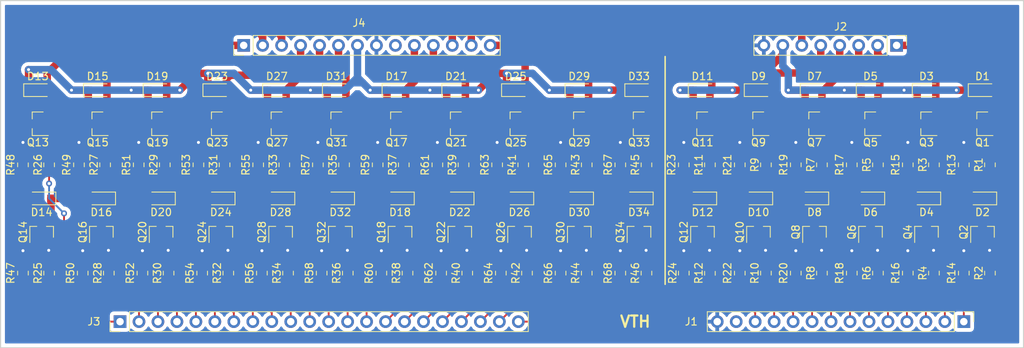
<source format=kicad_pcb>
(kicad_pcb (version 20171130) (host pcbnew "(5.0.1)-3")
  (layers (0 F.Cu signal) (31 B.Cu signal) (34 B.Paste user) (35 F.Paste user) (36 B.SilkS user) (37 F.SilkS user) (38 B.Mask user) (39 F.Mask user) (44 Edge.Cuts user))
  (net 0 "")
  (net 1 GND)
  (net 2 moteur_c_1_b)
  (net 3 moteur_c_2_b)
  (net 4 moteur_c_3_b)
  (net 5 moteur_c_4_b)
  (net 6 moteur_c_5_b)
  (net 7 moteur_g_1_b)
  (net 8 moteur_d_1_b)
  (net 9 moteur_g_2_b)
  (net 10 moteur_d_2_b)
  (net 11 moteur_g_3_b)
  (net 12 moteur_d_3_b)
  (net 13 moteur_g_4_b)
  (net 14 moteur_d_4_b)
  (net 15 moteur_g_5_b)
  (net 16 moteur_d_5_b)
  (net 17 "Net-(J1-Pad2)")
  (net 18 "Net-(J1-Pad3)")
  (net 19 "Net-(J1-Pad4)")
  (net 20 ch)
  (net 21 cb)
  (net 22 c1h)
  (net 23 c1b)
  (net 24 c2h)
  (net 25 c2b)
  (net 26 c3h)
  (net 27 c3b)
  (net 28 c4h)
  (net 29 c4b)
  (net 30 c5h)
  (net 31 c5b)
  (net 32 sh)
  (net 33 sb)
  (net 34 g1h)
  (net 35 g1b)
  (net 36 d1h)
  (net 37 d1b)
  (net 38 g2h)
  (net 39 g2b)
  (net 40 d2h)
  (net 41 d2b)
  (net 42 g3h)
  (net 43 g3b)
  (net 44 d3h)
  (net 45 d3b)
  (net 46 g4h)
  (net 47 g4b)
  (net 48 d4h)
  (net 49 d4b)
  (net 50 g5h)
  (net 51 g5b)
  (net 52 d5h)
  (net 53 d5b)
  (net 54 moteur_c_a)
  (net 55 moteur_s_a)
  (net 56 "Net-(J1-Pad1)")
  (net 57 "Net-(J1-Pad5)")
  (net 58 "Net-(J1-Pad6)")
  (net 59 "Net-(J1-Pad7)")
  (net 60 "Net-(J1-Pad8)")
  (net 61 "Net-(J1-Pad9)")
  (net 62 "Net-(J1-Pad10)")
  (net 63 "Net-(J1-Pad11)")
  (net 64 "Net-(J1-Pad12)")
  (net 65 +6V)
  (net 66 "Net-(J3-Pad1)")
  (net 67 "Net-(J3-Pad2)")
  (net 68 "Net-(J3-Pad3)")
  (net 69 "Net-(J3-Pad4)")
  (net 70 "Net-(J3-Pad5)")
  (net 71 "Net-(J3-Pad6)")
  (net 72 "Net-(J3-Pad7)")
  (net 73 "Net-(J3-Pad8)")
  (net 74 "Net-(J3-Pad9)")
  (net 75 "Net-(J3-Pad10)")
  (net 76 "Net-(J3-Pad11)")
  (net 77 "Net-(J3-Pad12)")
  (net 78 "Net-(J3-Pad13)")
  (net 79 "Net-(J3-Pad14)")
  (net 80 "Net-(J3-Pad15)")
  (net 81 "Net-(J3-Pad16)")
  (net 82 "Net-(J3-Pad17)")
  (net 83 "Net-(J3-Pad18)")
  (net 84 "Net-(J3-Pad19)")
  (net 85 "Net-(J3-Pad20)")
  (net 86 "Net-(J3-Pad21)")
  (net 87 "Net-(J3-Pad22)")
  (net 88 +7.5V)
  (net 89 "Net-(J1-Pad13)")
  (net 90 "Net-(J4-Pad9)")
  (module Diode_SMD:D_SOD-323_HandSoldering (layer F.Cu) (at 197 101)
    (fp_text reference D1 (at 0 -1.85) (layer F.SilkS))
    (fp_text value 1N4148)
    (pad 2 smd rect (at 1.25 0) (size 1 1) (layers F.Cu F.Paste F.Mask) (net 54 moteur_c_a))
    (pad 1 smd rect (at -1.25 0) (size 1 1) (layers F.Cu F.Paste F.Mask) (net 65 +6V))
  )
  (module Diode_SMD:D_SOD-323_HandSoldering (layer F.Cu) (at 197 115.5 180)
    (fp_text reference D2 (at 0 -1.85 180) (layer F.SilkS))
    (fp_text value 1N4148)
    (pad 1 smd rect (at -1.25 0 180) (size 1 1) (layers F.Cu F.Paste F.Mask) (net 54 moteur_c_a))
    (pad 2 smd rect (at 1.25 0 180) (size 1 1) (layers F.Cu F.Paste F.Mask) (net 1 GND))
  )
  (module Diode_SMD:D_SOD-323_HandSoldering (layer F.Cu) (at 189.5 101)
    (fp_text reference D3 (at 0 -1.85) (layer F.SilkS))
    (fp_text value 1N4148)
    (pad 1 smd rect (at -1.25 0) (size 1 1) (layers F.Cu F.Paste F.Mask) (net 65 +6V))
    (pad 2 smd rect (at 1.25 0) (size 1 1) (layers F.Cu F.Paste F.Mask) (net 2 moteur_c_1_b))
  )
  (module Diode_SMD:D_SOD-323_HandSoldering (layer F.Cu) (at 189.5 115.5 180)
    (fp_text reference D4 (at 0 -1.85 180) (layer F.SilkS))
    (fp_text value 1N4148)
    (pad 2 smd rect (at 1.25 0 180) (size 1 1) (layers F.Cu F.Paste F.Mask) (net 1 GND))
    (pad 1 smd rect (at -1.25 0 180) (size 1 1) (layers F.Cu F.Paste F.Mask) (net 2 moteur_c_1_b))
  )
  (module Diode_SMD:D_SOD-323_HandSoldering (layer F.Cu) (at 182 101)
    (fp_text reference D5 (at 0 -1.85) (layer F.SilkS))
    (fp_text value 1N4148)
    (pad 2 smd rect (at 1.25 0) (size 1 1) (layers F.Cu F.Paste F.Mask) (net 3 moteur_c_2_b))
    (pad 1 smd rect (at -1.25 0) (size 1 1) (layers F.Cu F.Paste F.Mask) (net 65 +6V))
  )
  (module Diode_SMD:D_SOD-323_HandSoldering (layer F.Cu) (at 182 115.5 180)
    (fp_text reference D6 (at 0 -1.85 180) (layer F.SilkS))
    (fp_text value 1N4148)
    (pad 1 smd rect (at -1.25 0 180) (size 1 1) (layers F.Cu F.Paste F.Mask) (net 3 moteur_c_2_b))
    (pad 2 smd rect (at 1.25 0 180) (size 1 1) (layers F.Cu F.Paste F.Mask) (net 1 GND))
  )
  (module Diode_SMD:D_SOD-323_HandSoldering (layer F.Cu) (at 174.5 101)
    (fp_text reference D7 (at 0 -1.85) (layer F.SilkS))
    (fp_text value 1N4148)
    (pad 1 smd rect (at -1.25 0) (size 1 1) (layers F.Cu F.Paste F.Mask) (net 65 +6V))
    (pad 2 smd rect (at 1.25 0) (size 1 1) (layers F.Cu F.Paste F.Mask) (net 4 moteur_c_3_b))
  )
  (module Diode_SMD:D_SOD-323_HandSoldering (layer F.Cu) (at 174.5 115.5 180)
    (fp_text reference D8 (at 0 -1.85 180) (layer F.SilkS))
    (fp_text value 1N4148)
    (pad 2 smd rect (at 1.25 0 180) (size 1 1) (layers F.Cu F.Paste F.Mask) (net 1 GND))
    (pad 1 smd rect (at -1.25 0 180) (size 1 1) (layers F.Cu F.Paste F.Mask) (net 4 moteur_c_3_b))
  )
  (module Diode_SMD:D_SOD-323_HandSoldering (layer F.Cu) (at 167 101)
    (fp_text reference D9 (at 0 -1.85) (layer F.SilkS))
    (fp_text value 1N4148)
    (pad 2 smd rect (at 1.25 0) (size 1 1) (layers F.Cu F.Paste F.Mask) (net 5 moteur_c_4_b))
    (pad 1 smd rect (at -1.25 0) (size 1 1) (layers F.Cu F.Paste F.Mask) (net 65 +6V))
  )
  (module Diode_SMD:D_SOD-323_HandSoldering (layer F.Cu) (at 167 115.5 180)
    (fp_text reference D10 (at 0 -1.85 180) (layer F.SilkS))
    (fp_text value 1N4148)
    (pad 1 smd rect (at -1.25 0 180) (size 1 1) (layers F.Cu F.Paste F.Mask) (net 5 moteur_c_4_b))
    (pad 2 smd rect (at 1.25 0 180) (size 1 1) (layers F.Cu F.Paste F.Mask) (net 1 GND))
  )
  (module Diode_SMD:D_SOD-323_HandSoldering (layer F.Cu) (at 159.5 101)
    (fp_text reference D11 (at 0 -1.85) (layer F.SilkS))
    (fp_text value 1N4148)
    (pad 1 smd rect (at -1.25 0) (size 1 1) (layers F.Cu F.Paste F.Mask) (net 65 +6V))
    (pad 2 smd rect (at 1.25 0) (size 1 1) (layers F.Cu F.Paste F.Mask) (net 6 moteur_c_5_b))
  )
  (module Diode_SMD:D_SOD-323_HandSoldering (layer F.Cu) (at 159.5 115.5 180)
    (fp_text reference D12 (at 0 -1.85 180) (layer F.SilkS))
    (fp_text value 1N4148)
    (pad 2 smd rect (at 1.25 0 180) (size 1 1) (layers F.Cu F.Paste F.Mask) (net 1 GND))
    (pad 1 smd rect (at -1.25 0 180) (size 1 1) (layers F.Cu F.Paste F.Mask) (net 6 moteur_c_5_b))
  )
  (module Diode_SMD:D_SOD-323_HandSoldering (layer F.Cu) (at 70.5 101)
    (fp_text reference D13 (at 0 -1.85) (layer F.SilkS))
    (fp_text value 1N4148)
    (pad 2 smd rect (at 1.25 0) (size 1 1) (layers F.Cu F.Paste F.Mask) (net 55 moteur_s_a))
    (pad 1 smd rect (at -1.25 0) (size 1 1) (layers F.Cu F.Paste F.Mask) (net 88 +7.5V))
  )
  (module Diode_SMD:D_SOD-323_HandSoldering (layer F.Cu) (at 71 115.5 180)
    (fp_text reference D14 (at 0 -1.85 180) (layer F.SilkS))
    (fp_text value 1N4148)
    (pad 1 smd rect (at -1.25 0 180) (size 1 1) (layers F.Cu F.Paste F.Mask) (net 55 moteur_s_a))
    (pad 2 smd rect (at 1.25 0 180) (size 1 1) (layers F.Cu F.Paste F.Mask) (net 1 GND))
  )
  (module Diode_SMD:D_SOD-323_HandSoldering (layer F.Cu) (at 78.5 101)
    (fp_text reference D15 (at 0 -1.85) (layer F.SilkS))
    (fp_text value 1N4148)
    (pad 1 smd rect (at -1.25 0) (size 1 1) (layers F.Cu F.Paste F.Mask) (net 88 +7.5V))
    (pad 2 smd rect (at 1.25 0) (size 1 1) (layers F.Cu F.Paste F.Mask) (net 7 moteur_g_1_b))
  )
  (module Diode_SMD:D_SOD-323_HandSoldering (layer F.Cu) (at 79 115.5 180)
    (fp_text reference D16 (at 0 -1.85 180) (layer F.SilkS))
    (fp_text value 1N4148)
    (pad 2 smd rect (at 1.25 0 180) (size 1 1) (layers F.Cu F.Paste F.Mask) (net 1 GND))
    (pad 1 smd rect (at -1.25 0 180) (size 1 1) (layers F.Cu F.Paste F.Mask) (net 7 moteur_g_1_b))
  )
  (module Diode_SMD:D_SOD-323_HandSoldering (layer F.Cu) (at 118.5 101)
    (fp_text reference D17 (at 0 -1.85) (layer F.SilkS))
    (fp_text value 1N4148)
    (pad 1 smd rect (at -1.25 0) (size 1 1) (layers F.Cu F.Paste F.Mask) (net 88 +7.5V))
    (pad 2 smd rect (at 1.25 0) (size 1 1) (layers F.Cu F.Paste F.Mask) (net 8 moteur_d_1_b))
  )
  (module Diode_SMD:D_SOD-323_HandSoldering (layer F.Cu) (at 119 115.5 180)
    (fp_text reference D18 (at 0 -1.85 180) (layer F.SilkS))
    (fp_text value 1N4148)
    (pad 2 smd rect (at 1.25 0 180) (size 1 1) (layers F.Cu F.Paste F.Mask) (net 1 GND))
    (pad 1 smd rect (at -1.25 0 180) (size 1 1) (layers F.Cu F.Paste F.Mask) (net 8 moteur_d_1_b))
  )
  (module Diode_SMD:D_SOD-323_HandSoldering (layer F.Cu) (at 86.5 101)
    (fp_text reference D19 (at 0 -1.85) (layer F.SilkS))
    (fp_text value 1N4148)
    (pad 2 smd rect (at 1.25 0) (size 1 1) (layers F.Cu F.Paste F.Mask) (net 9 moteur_g_2_b))
    (pad 1 smd rect (at -1.25 0) (size 1 1) (layers F.Cu F.Paste F.Mask) (net 88 +7.5V))
  )
  (module Diode_SMD:D_SOD-323_HandSoldering (layer F.Cu) (at 87 115.5 180)
    (fp_text reference D20 (at 0 -1.85 180) (layer F.SilkS))
    (fp_text value 1N4148)
    (pad 1 smd rect (at -1.25 0 180) (size 1 1) (layers F.Cu F.Paste F.Mask) (net 9 moteur_g_2_b))
    (pad 2 smd rect (at 1.25 0 180) (size 1 1) (layers F.Cu F.Paste F.Mask) (net 1 GND))
  )
  (module Diode_SMD:D_SOD-323_HandSoldering (layer F.Cu) (at 126.5 101)
    (fp_text reference D21 (at 0 -1.85) (layer F.SilkS))
    (fp_text value 1N4148)
    (pad 2 smd rect (at 1.25 0) (size 1 1) (layers F.Cu F.Paste F.Mask) (net 10 moteur_d_2_b))
    (pad 1 smd rect (at -1.25 0) (size 1 1) (layers F.Cu F.Paste F.Mask) (net 88 +7.5V))
  )
  (module Diode_SMD:D_SOD-323_HandSoldering (layer F.Cu) (at 127 115.5 180)
    (fp_text reference D22 (at 0 -1.85 180) (layer F.SilkS))
    (fp_text value 1N4148)
    (pad 1 smd rect (at -1.25 0 180) (size 1 1) (layers F.Cu F.Paste F.Mask) (net 10 moteur_d_2_b))
    (pad 2 smd rect (at 1.25 0 180) (size 1 1) (layers F.Cu F.Paste F.Mask) (net 1 GND))
  )
  (module Diode_SMD:D_SOD-323_HandSoldering (layer F.Cu) (at 94.5 101)
    (fp_text reference D23 (at 0 -1.85) (layer F.SilkS))
    (fp_text value 1N4148)
    (pad 1 smd rect (at -1.25 0) (size 1 1) (layers F.Cu F.Paste F.Mask) (net 88 +7.5V))
    (pad 2 smd rect (at 1.25 0) (size 1 1) (layers F.Cu F.Paste F.Mask) (net 11 moteur_g_3_b))
  )
  (module Diode_SMD:D_SOD-323_HandSoldering (layer F.Cu) (at 95 115.5 180)
    (fp_text reference D24 (at 0 -1.85 180) (layer F.SilkS))
    (fp_text value 1N4148)
    (pad 2 smd rect (at 1.25 0 180) (size 1 1) (layers F.Cu F.Paste F.Mask) (net 1 GND))
    (pad 1 smd rect (at -1.25 0 180) (size 1 1) (layers F.Cu F.Paste F.Mask) (net 11 moteur_g_3_b))
  )
  (module Diode_SMD:D_SOD-323_HandSoldering (layer F.Cu) (at 134.5 101)
    (fp_text reference D25 (at 0 -1.85) (layer F.SilkS))
    (fp_text value 1N4148)
    (pad 1 smd rect (at -1.25 0) (size 1 1) (layers F.Cu F.Paste F.Mask) (net 88 +7.5V))
    (pad 2 smd rect (at 1.25 0) (size 1 1) (layers F.Cu F.Paste F.Mask) (net 12 moteur_d_3_b))
  )
  (module Diode_SMD:D_SOD-323_HandSoldering (layer F.Cu) (at 135 115.5 180)
    (fp_text reference D26 (at 0 -1.85 180) (layer F.SilkS))
    (fp_text value 1N4148)
    (pad 2 smd rect (at 1.25 0 180) (size 1 1) (layers F.Cu F.Paste F.Mask) (net 1 GND))
    (pad 1 smd rect (at -1.25 0 180) (size 1 1) (layers F.Cu F.Paste F.Mask) (net 12 moteur_d_3_b))
  )
  (module Diode_SMD:D_SOD-323_HandSoldering (layer F.Cu) (at 102.5 101)
    (fp_text reference D27 (at 0 -1.85) (layer F.SilkS))
    (fp_text value 1N4148)
    (pad 2 smd rect (at 1.25 0) (size 1 1) (layers F.Cu F.Paste F.Mask) (net 13 moteur_g_4_b))
    (pad 1 smd rect (at -1.25 0) (size 1 1) (layers F.Cu F.Paste F.Mask) (net 88 +7.5V))
  )
  (module Diode_SMD:D_SOD-323_HandSoldering (layer F.Cu) (at 103 115.5 180)
    (fp_text reference D28 (at 0 -1.85 180) (layer F.SilkS))
    (fp_text value 1N4148)
    (pad 1 smd rect (at -1.25 0 180) (size 1 1) (layers F.Cu F.Paste F.Mask) (net 13 moteur_g_4_b))
    (pad 2 smd rect (at 1.25 0 180) (size 1 1) (layers F.Cu F.Paste F.Mask) (net 1 GND))
  )
  (module Diode_SMD:D_SOD-323_HandSoldering (layer F.Cu) (at 143 101)
    (fp_text reference D29 (at 0 -1.85) (layer F.SilkS))
    (fp_text value 1N4148)
    (pad 2 smd rect (at 1.25 0) (size 1 1) (layers F.Cu F.Paste F.Mask) (net 14 moteur_d_4_b))
    (pad 1 smd rect (at -1.25 0) (size 1 1) (layers F.Cu F.Paste F.Mask) (net 88 +7.5V))
  )
  (module Diode_SMD:D_SOD-323_HandSoldering (layer F.Cu) (at 143 115.5 180)
    (fp_text reference D30 (at 0 -1.85 180) (layer F.SilkS))
    (fp_text value 1N4148)
    (pad 1 smd rect (at -1.25 0 180) (size 1 1) (layers F.Cu F.Paste F.Mask) (net 14 moteur_d_4_b))
    (pad 2 smd rect (at 1.25 0 180) (size 1 1) (layers F.Cu F.Paste F.Mask) (net 1 GND))
  )
  (module Diode_SMD:D_SOD-323_HandSoldering (layer F.Cu) (at 110.5 101)
    (fp_text reference D31 (at 0 -1.85) (layer F.SilkS))
    (fp_text value 1N4148)
    (pad 1 smd rect (at -1.25 0) (size 1 1) (layers F.Cu F.Paste F.Mask) (net 88 +7.5V))
    (pad 2 smd rect (at 1.25 0) (size 1 1) (layers F.Cu F.Paste F.Mask) (net 15 moteur_g_5_b))
  )
  (module Diode_SMD:D_SOD-323_HandSoldering (layer F.Cu) (at 111 115.5 180)
    (fp_text reference D32 (at 0 -1.85 180) (layer F.SilkS))
    (fp_text value 1N4148)
    (pad 2 smd rect (at 1.25 0 180) (size 1 1) (layers F.Cu F.Paste F.Mask) (net 1 GND))
    (pad 1 smd rect (at -1.25 0 180) (size 1 1) (layers F.Cu F.Paste F.Mask) (net 15 moteur_g_5_b))
  )
  (module Diode_SMD:D_SOD-323_HandSoldering (layer F.Cu) (at 151 101)
    (fp_text reference D33 (at 0 -1.85) (layer F.SilkS))
    (fp_text value 1N4148)
    (pad 1 smd rect (at -1.25 0) (size 1 1) (layers F.Cu F.Paste F.Mask) (net 88 +7.5V))
    (pad 2 smd rect (at 1.25 0) (size 1 1) (layers F.Cu F.Paste F.Mask) (net 16 moteur_d_5_b))
  )
  (module Diode_SMD:D_SOD-323_HandSoldering (layer F.Cu) (at 151 115.5 180)
    (fp_text reference D34 (at 0 -1.85 180) (layer F.SilkS))
    (fp_text value 1N4148)
    (pad 2 smd rect (at 1.25 0 180) (size 1 1) (layers F.Cu F.Paste F.Mask) (net 1 GND))
    (pad 1 smd rect (at -1.25 0 180) (size 1 1) (layers F.Cu F.Paste F.Mask) (net 16 moteur_d_5_b))
  )
  (module Connector_PinHeader_2.54mm:PinHeader_1x14_P2.54mm_Vertical (layer F.Cu) (at 194.5 132 270)
    (fp_text reference J1 (at 0 36.5) (layer F.SilkS))
    (fp_text value Conn_01x14_Male)
    (pad 1 thru_hole rect (at 0 0 270) (size 1.7 1.7) (drill 1) (layers *.Cu *.Mask) (net 56 "Net-(J1-Pad1)"))
    (pad 2 thru_hole oval (at 0 2.54 270) (size 1.7 1.7) (drill 1) (layers *.Cu *.Mask) (net 17 "Net-(J1-Pad2)"))
    (pad 3 thru_hole oval (at 0 5.08 270) (size 1.7 1.7) (drill 1) (layers *.Cu *.Mask) (net 18 "Net-(J1-Pad3)"))
    (pad 4 thru_hole oval (at 0 7.62 270) (size 1.7 1.7) (drill 1) (layers *.Cu *.Mask) (net 19 "Net-(J1-Pad4)"))
    (pad 5 thru_hole oval (at 0 10.16 270) (size 1.7 1.7) (drill 1) (layers *.Cu *.Mask) (net 57 "Net-(J1-Pad5)"))
    (pad 6 thru_hole oval (at 0 12.7 270) (size 1.7 1.7) (drill 1) (layers *.Cu *.Mask) (net 58 "Net-(J1-Pad6)"))
    (pad 7 thru_hole oval (at 0 15.24 270) (size 1.7 1.7) (drill 1) (layers *.Cu *.Mask) (net 59 "Net-(J1-Pad7)"))
    (pad 8 thru_hole oval (at 0 17.78 270) (size 1.7 1.7) (drill 1) (layers *.Cu *.Mask) (net 60 "Net-(J1-Pad8)"))
    (pad 9 thru_hole oval (at 0 20.32 270) (size 1.7 1.7) (drill 1) (layers *.Cu *.Mask) (net 61 "Net-(J1-Pad9)"))
    (pad 10 thru_hole oval (at 0 22.86 270) (size 1.7 1.7) (drill 1) (layers *.Cu *.Mask) (net 62 "Net-(J1-Pad10)"))
    (pad 11 thru_hole oval (at 0 25.4 270) (size 1.7 1.7) (drill 1) (layers *.Cu *.Mask) (net 63 "Net-(J1-Pad11)"))
    (pad 12 thru_hole oval (at 0 27.94 270) (size 1.7 1.7) (drill 1) (layers *.Cu *.Mask) (net 64 "Net-(J1-Pad12)"))
    (pad 13 thru_hole oval (at 0 30.48 270) (size 1.7 1.7) (drill 1) (layers *.Cu *.Mask) (net 89 "Net-(J1-Pad13)"))
    (pad 14 thru_hole oval (at 0 33.02 270) (size 1.7 1.7) (drill 1) (layers *.Cu *.Mask) (net 1 GND))
  )
  (module Connector_PinHeader_2.54mm:PinHeader_1x08_P2.54mm_Vertical (layer F.Cu) (at 185.5 95 270)
    (fp_text reference J2 (at -2.5 7.5) (layer F.SilkS))
    (fp_text value Conn_01x08_Male)
    (pad 1 thru_hole rect (at 0 0 270) (size 1.7 1.7) (drill 1) (layers *.Cu *.Mask) (net 54 moteur_c_a))
    (pad 2 thru_hole oval (at 0 2.54 270) (size 1.7 1.7) (drill 1) (layers *.Cu *.Mask) (net 2 moteur_c_1_b))
    (pad 3 thru_hole oval (at 0 5.08 270) (size 1.7 1.7) (drill 1) (layers *.Cu *.Mask) (net 3 moteur_c_2_b))
    (pad 4 thru_hole oval (at 0 7.62 270) (size 1.7 1.7) (drill 1) (layers *.Cu *.Mask) (net 4 moteur_c_3_b))
    (pad 5 thru_hole oval (at 0 10.16 270) (size 1.7 1.7) (drill 1) (layers *.Cu *.Mask) (net 5 moteur_c_4_b))
    (pad 6 thru_hole oval (at 0 12.7 270) (size 1.7 1.7) (drill 1) (layers *.Cu *.Mask) (net 6 moteur_c_5_b))
    (pad 7 thru_hole oval (at 0 15.24 270) (size 1.7 1.7) (drill 1) (layers *.Cu *.Mask) (net 65 +6V))
    (pad 8 thru_hole oval (at 0 17.78 270) (size 1.7 1.7) (drill 1) (layers *.Cu *.Mask) (net 1 GND))
  )
  (module Connector_PinHeader_2.54mm:PinHeader_1x22_P2.54mm_Vertical (layer F.Cu) (at 81.5 132 90)
    (fp_text reference J3 (at 0 -3.5 180) (layer F.SilkS))
    (fp_text value Conn_01x22_Male)
    (pad 1 thru_hole rect (at 0 0 90) (size 1.7 1.7) (drill 1) (layers *.Cu *.Mask) (net 66 "Net-(J3-Pad1)"))
    (pad 2 thru_hole oval (at 0 2.54 90) (size 1.7 1.7) (drill 1) (layers *.Cu *.Mask) (net 67 "Net-(J3-Pad2)"))
    (pad 3 thru_hole oval (at 0 5.08 90) (size 1.7 1.7) (drill 1) (layers *.Cu *.Mask) (net 68 "Net-(J3-Pad3)"))
    (pad 4 thru_hole oval (at 0 7.62 90) (size 1.7 1.7) (drill 1) (layers *.Cu *.Mask) (net 69 "Net-(J3-Pad4)"))
    (pad 5 thru_hole oval (at 0 10.16 90) (size 1.7 1.7) (drill 1) (layers *.Cu *.Mask) (net 70 "Net-(J3-Pad5)"))
    (pad 6 thru_hole oval (at 0 12.7 90) (size 1.7 1.7) (drill 1) (layers *.Cu *.Mask) (net 71 "Net-(J3-Pad6)"))
    (pad 7 thru_hole oval (at 0 15.24 90) (size 1.7 1.7) (drill 1) (layers *.Cu *.Mask) (net 72 "Net-(J3-Pad7)"))
    (pad 8 thru_hole oval (at 0 17.78 90) (size 1.7 1.7) (drill 1) (layers *.Cu *.Mask) (net 73 "Net-(J3-Pad8)"))
    (pad 9 thru_hole oval (at 0 20.32 90) (size 1.7 1.7) (drill 1) (layers *.Cu *.Mask) (net 74 "Net-(J3-Pad9)"))
    (pad 10 thru_hole oval (at 0 22.86 90) (size 1.7 1.7) (drill 1) (layers *.Cu *.Mask) (net 75 "Net-(J3-Pad10)"))
    (pad 11 thru_hole oval (at 0 25.4 90) (size 1.7 1.7) (drill 1) (layers *.Cu *.Mask) (net 76 "Net-(J3-Pad11)"))
    (pad 12 thru_hole oval (at 0 27.94 90) (size 1.7 1.7) (drill 1) (layers *.Cu *.Mask) (net 77 "Net-(J3-Pad12)"))
    (pad 13 thru_hole oval (at 0 30.48 90) (size 1.7 1.7) (drill 1) (layers *.Cu *.Mask) (net 78 "Net-(J3-Pad13)"))
    (pad 14 thru_hole oval (at 0 33.02 90) (size 1.7 1.7) (drill 1) (layers *.Cu *.Mask) (net 79 "Net-(J3-Pad14)"))
    (pad 15 thru_hole oval (at 0 35.56 90) (size 1.7 1.7) (drill 1) (layers *.Cu *.Mask) (net 80 "Net-(J3-Pad15)"))
    (pad 16 thru_hole oval (at 0 38.1 90) (size 1.7 1.7) (drill 1) (layers *.Cu *.Mask) (net 81 "Net-(J3-Pad16)"))
    (pad 17 thru_hole oval (at 0 40.64 90) (size 1.7 1.7) (drill 1) (layers *.Cu *.Mask) (net 82 "Net-(J3-Pad17)"))
    (pad 18 thru_hole oval (at 0 43.18 90) (size 1.7 1.7) (drill 1) (layers *.Cu *.Mask) (net 83 "Net-(J3-Pad18)"))
    (pad 19 thru_hole oval (at 0 45.72 90) (size 1.7 1.7) (drill 1) (layers *.Cu *.Mask) (net 84 "Net-(J3-Pad19)"))
    (pad 20 thru_hole oval (at 0 48.26 90) (size 1.7 1.7) (drill 1) (layers *.Cu *.Mask) (net 85 "Net-(J3-Pad20)"))
    (pad 21 thru_hole oval (at 0 50.8 90) (size 1.7 1.7) (drill 1) (layers *.Cu *.Mask) (net 86 "Net-(J3-Pad21)"))
    (pad 22 thru_hole oval (at 0 53.34 90) (size 1.7 1.7) (drill 1) (layers *.Cu *.Mask) (net 87 "Net-(J3-Pad22)"))
  )
  (module Connector_PinHeader_2.54mm:PinHeader_1x14_P2.54mm_Vertical (layer F.Cu) (at 98.06 95 90)
    (fp_text reference J4 (at 3 15.44 180) (layer F.SilkS))
    (fp_text value Conn_01x14_Male)
    (pad 14 thru_hole oval (at 0 33.02 90) (size 1.7 1.7) (drill 1) (layers *.Cu *.Mask) (net 12 moteur_d_3_b))
    (pad 13 thru_hole oval (at 0 30.48 90) (size 1.7 1.7) (drill 1) (layers *.Cu *.Mask) (net 14 moteur_d_4_b))
    (pad 12 thru_hole oval (at 0 27.94 90) (size 1.7 1.7) (drill 1) (layers *.Cu *.Mask) (net 16 moteur_d_5_b))
    (pad 11 thru_hole oval (at 0 25.4 90) (size 1.7 1.7) (drill 1) (layers *.Cu *.Mask) (net 10 moteur_d_2_b))
    (pad 10 thru_hole oval (at 0 22.86 90) (size 1.7 1.7) (drill 1) (layers *.Cu *.Mask) (net 8 moteur_d_1_b))
    (pad 9 thru_hole oval (at 0 20.32 90) (size 1.7 1.7) (drill 1) (layers *.Cu *.Mask) (net 90 "Net-(J4-Pad9)"))
    (pad 8 thru_hole oval (at 0 17.78 90) (size 1.7 1.7) (drill 1) (layers *.Cu *.Mask) (net 1 GND))
    (pad 7 thru_hole oval (at 0 15.24 90) (size 1.7 1.7) (drill 1) (layers *.Cu *.Mask) (net 88 +7.5V))
    (pad 6 thru_hole oval (at 0 12.7 90) (size 1.7 1.7) (drill 1) (layers *.Cu *.Mask) (net 15 moteur_g_5_b))
    (pad 5 thru_hole oval (at 0 10.16 90) (size 1.7 1.7) (drill 1) (layers *.Cu *.Mask) (net 13 moteur_g_4_b))
    (pad 4 thru_hole oval (at 0 7.62 90) (size 1.7 1.7) (drill 1) (layers *.Cu *.Mask) (net 11 moteur_g_3_b))
    (pad 3 thru_hole oval (at 0 5.08 90) (size 1.7 1.7) (drill 1) (layers *.Cu *.Mask) (net 55 moteur_s_a))
    (pad 2 thru_hole oval (at 0 2.54 90) (size 1.7 1.7) (drill 1) (layers *.Cu *.Mask) (net 7 moteur_g_1_b))
    (pad 1 thru_hole rect (at 0 0 90) (size 1.7 1.7) (drill 1) (layers *.Cu *.Mask) (net 9 moteur_g_2_b))
  )
  (module Package_TO_SOT_SMD:SOT-23 (layer F.Cu) (at 197 105.5 180)
    (fp_text reference Q1 (at 0 -2.5 180) (layer F.SilkS))
    (fp_text value Q_NMOS_GSD)
    (pad 3 smd rect (at 1 0 180) (size 0.9 0.8) (layers F.Cu F.Paste F.Mask) (net 65 +6V))
    (pad 2 smd rect (at -1 0.95 180) (size 0.9 0.8) (layers F.Cu F.Paste F.Mask) (net 54 moteur_c_a))
    (pad 1 smd rect (at -1 -0.95 180) (size 0.9 0.8) (layers F.Cu F.Paste F.Mask) (net 20 ch))
  )
  (module Package_TO_SOT_SMD:SOT-23 (layer F.Cu) (at 197 120 90)
    (fp_text reference Q2 (at 0 -2.5 90) (layer F.SilkS))
    (fp_text value Q_NMOS_GSD)
    (pad 3 smd rect (at 1 0 90) (size 0.9 0.8) (layers F.Cu F.Paste F.Mask) (net 54 moteur_c_a))
    (pad 2 smd rect (at -1 0.95 90) (size 0.9 0.8) (layers F.Cu F.Paste F.Mask) (net 1 GND))
    (pad 1 smd rect (at -1 -0.95 90) (size 0.9 0.8) (layers F.Cu F.Paste F.Mask) (net 21 cb))
  )
  (module Package_TO_SOT_SMD:SOT-23 (layer F.Cu) (at 189.5 105.5 180)
    (fp_text reference Q3 (at 0 -2.5 180) (layer F.SilkS))
    (fp_text value Q_NMOS_GSD)
    (pad 1 smd rect (at -1 -0.95 180) (size 0.9 0.8) (layers F.Cu F.Paste F.Mask) (net 22 c1h))
    (pad 2 smd rect (at -1 0.95 180) (size 0.9 0.8) (layers F.Cu F.Paste F.Mask) (net 2 moteur_c_1_b))
    (pad 3 smd rect (at 1 0 180) (size 0.9 0.8) (layers F.Cu F.Paste F.Mask) (net 65 +6V))
  )
  (module Package_TO_SOT_SMD:SOT-23 (layer F.Cu) (at 189.5 120 90)
    (fp_text reference Q4 (at 0 -2.5 90) (layer F.SilkS))
    (fp_text value Q_NMOS_GSD)
    (pad 1 smd rect (at -1 -0.95 90) (size 0.9 0.8) (layers F.Cu F.Paste F.Mask) (net 23 c1b))
    (pad 2 smd rect (at -1 0.95 90) (size 0.9 0.8) (layers F.Cu F.Paste F.Mask) (net 1 GND))
    (pad 3 smd rect (at 1 0 90) (size 0.9 0.8) (layers F.Cu F.Paste F.Mask) (net 2 moteur_c_1_b))
  )
  (module Package_TO_SOT_SMD:SOT-23 (layer F.Cu) (at 182 105.5 180)
    (fp_text reference Q5 (at 0 -2.5 180) (layer F.SilkS))
    (fp_text value Q_NMOS_GSD)
    (pad 1 smd rect (at -1 -0.95 180) (size 0.9 0.8) (layers F.Cu F.Paste F.Mask) (net 24 c2h))
    (pad 2 smd rect (at -1 0.95 180) (size 0.9 0.8) (layers F.Cu F.Paste F.Mask) (net 3 moteur_c_2_b))
    (pad 3 smd rect (at 1 0 180) (size 0.9 0.8) (layers F.Cu F.Paste F.Mask) (net 65 +6V))
  )
  (module Package_TO_SOT_SMD:SOT-23 (layer F.Cu) (at 182 120 90)
    (fp_text reference Q6 (at 0 -2.5 90) (layer F.SilkS))
    (fp_text value Q_NMOS_GSD)
    (pad 3 smd rect (at 1 0 90) (size 0.9 0.8) (layers F.Cu F.Paste F.Mask) (net 3 moteur_c_2_b))
    (pad 2 smd rect (at -1 0.95 90) (size 0.9 0.8) (layers F.Cu F.Paste F.Mask) (net 1 GND))
    (pad 1 smd rect (at -1 -0.95 90) (size 0.9 0.8) (layers F.Cu F.Paste F.Mask) (net 25 c2b))
  )
  (module Package_TO_SOT_SMD:SOT-23 (layer F.Cu) (at 174.5 105.5 180)
    (fp_text reference Q7 (at 0 -2.5 180) (layer F.SilkS))
    (fp_text value Q_NMOS_GSD)
    (pad 3 smd rect (at 1 0 180) (size 0.9 0.8) (layers F.Cu F.Paste F.Mask) (net 65 +6V))
    (pad 2 smd rect (at -1 0.95 180) (size 0.9 0.8) (layers F.Cu F.Paste F.Mask) (net 4 moteur_c_3_b))
    (pad 1 smd rect (at -1 -0.95 180) (size 0.9 0.8) (layers F.Cu F.Paste F.Mask) (net 26 c3h))
  )
  (module Package_TO_SOT_SMD:SOT-23 (layer F.Cu) (at 174.5 120 90)
    (fp_text reference Q8 (at 0 -2.5 90) (layer F.SilkS))
    (fp_text value Q_NMOS_GSD)
    (pad 1 smd rect (at -1 -0.95 90) (size 0.9 0.8) (layers F.Cu F.Paste F.Mask) (net 27 c3b))
    (pad 2 smd rect (at -1 0.95 90) (size 0.9 0.8) (layers F.Cu F.Paste F.Mask) (net 1 GND))
    (pad 3 smd rect (at 1 0 90) (size 0.9 0.8) (layers F.Cu F.Paste F.Mask) (net 4 moteur_c_3_b))
  )
  (module Package_TO_SOT_SMD:SOT-23 (layer F.Cu) (at 167 105.5 180)
    (fp_text reference Q9 (at 0 -2.5 180) (layer F.SilkS))
    (fp_text value Q_NMOS_GSD)
    (pad 1 smd rect (at -1 -0.95 180) (size 0.9 0.8) (layers F.Cu F.Paste F.Mask) (net 28 c4h))
    (pad 2 smd rect (at -1 0.95 180) (size 0.9 0.8) (layers F.Cu F.Paste F.Mask) (net 5 moteur_c_4_b))
    (pad 3 smd rect (at 1 0 180) (size 0.9 0.8) (layers F.Cu F.Paste F.Mask) (net 65 +6V))
  )
  (module Package_TO_SOT_SMD:SOT-23 (layer F.Cu) (at 167 120 90)
    (fp_text reference Q10 (at 0 -2.5 90) (layer F.SilkS))
    (fp_text value Q_NMOS_GSD)
    (pad 3 smd rect (at 1 0 90) (size 0.9 0.8) (layers F.Cu F.Paste F.Mask) (net 5 moteur_c_4_b))
    (pad 2 smd rect (at -1 0.95 90) (size 0.9 0.8) (layers F.Cu F.Paste F.Mask) (net 1 GND))
    (pad 1 smd rect (at -1 -0.95 90) (size 0.9 0.8) (layers F.Cu F.Paste F.Mask) (net 29 c4b))
  )
  (module Package_TO_SOT_SMD:SOT-23 (layer F.Cu) (at 159.5 105.5 180)
    (fp_text reference Q11 (at 0 -2.5 180) (layer F.SilkS))
    (fp_text value Q_NMOS_GSD)
    (pad 3 smd rect (at 1 0 180) (size 0.9 0.8) (layers F.Cu F.Paste F.Mask) (net 65 +6V))
    (pad 2 smd rect (at -1 0.95 180) (size 0.9 0.8) (layers F.Cu F.Paste F.Mask) (net 6 moteur_c_5_b))
    (pad 1 smd rect (at -1 -0.95 180) (size 0.9 0.8) (layers F.Cu F.Paste F.Mask) (net 30 c5h))
  )
  (module Package_TO_SOT_SMD:SOT-23 (layer F.Cu) (at 159.5 120 90)
    (fp_text reference Q12 (at 0 -2.5 270) (layer F.SilkS))
    (fp_text value Q_NMOS_GSD)
    (pad 3 smd rect (at 1 0 90) (size 0.9 0.8) (layers F.Cu F.Paste F.Mask) (net 6 moteur_c_5_b))
    (pad 2 smd rect (at -1 0.95 90) (size 0.9 0.8) (layers F.Cu F.Paste F.Mask) (net 1 GND))
    (pad 1 smd rect (at -1 -0.95 90) (size 0.9 0.8) (layers F.Cu F.Paste F.Mask) (net 31 c5b))
  )
  (module Package_TO_SOT_SMD:SOT-23 (layer F.Cu) (at 70.5 105.5 180)
    (fp_text reference Q13 (at 0 -2.5 180) (layer F.SilkS))
    (fp_text value Q_NMOS_GSD)
    (pad 3 smd rect (at 1 0 180) (size 0.9 0.8) (layers F.Cu F.Paste F.Mask) (net 88 +7.5V))
    (pad 2 smd rect (at -1 0.95 180) (size 0.9 0.8) (layers F.Cu F.Paste F.Mask) (net 55 moteur_s_a))
    (pad 1 smd rect (at -1 -0.95 180) (size 0.9 0.8) (layers F.Cu F.Paste F.Mask) (net 32 sh))
  )
  (module Package_TO_SOT_SMD:SOT-23 (layer F.Cu) (at 71 120 90)
    (fp_text reference Q14 (at 0 -2.5 90) (layer F.SilkS))
    (fp_text value Q_NMOS_GSD)
    (pad 3 smd rect (at 1 0 90) (size 0.9 0.8) (layers F.Cu F.Paste F.Mask) (net 55 moteur_s_a))
    (pad 2 smd rect (at -1 0.95 90) (size 0.9 0.8) (layers F.Cu F.Paste F.Mask) (net 1 GND))
    (pad 1 smd rect (at -1 -0.95 90) (size 0.9 0.8) (layers F.Cu F.Paste F.Mask) (net 33 sb))
  )
  (module Package_TO_SOT_SMD:SOT-23 (layer F.Cu) (at 78.5 105.5 180)
    (fp_text reference Q15 (at 0 -2.5 180) (layer F.SilkS))
    (fp_text value Q_NMOS_GSD)
    (pad 1 smd rect (at -1 -0.95 180) (size 0.9 0.8) (layers F.Cu F.Paste F.Mask) (net 34 g1h))
    (pad 2 smd rect (at -1 0.95 180) (size 0.9 0.8) (layers F.Cu F.Paste F.Mask) (net 7 moteur_g_1_b))
    (pad 3 smd rect (at 1 0 180) (size 0.9 0.8) (layers F.Cu F.Paste F.Mask) (net 88 +7.5V))
  )
  (module Package_TO_SOT_SMD:SOT-23 (layer F.Cu) (at 79 120 90)
    (fp_text reference Q16 (at 0 -2.5 90) (layer F.SilkS))
    (fp_text value Q_NMOS_GSD)
    (pad 3 smd rect (at 1 0 90) (size 0.9 0.8) (layers F.Cu F.Paste F.Mask) (net 7 moteur_g_1_b))
    (pad 2 smd rect (at -1 0.95 90) (size 0.9 0.8) (layers F.Cu F.Paste F.Mask) (net 1 GND))
    (pad 1 smd rect (at -1 -0.95 90) (size 0.9 0.8) (layers F.Cu F.Paste F.Mask) (net 35 g1b))
  )
  (module Package_TO_SOT_SMD:SOT-23 (layer F.Cu) (at 118.5 105.5 180)
    (fp_text reference Q17 (at 0 -2.5 180) (layer F.SilkS))
    (fp_text value Q_NMOS_GSD)
    (pad 1 smd rect (at -1 -0.95 180) (size 0.9 0.8) (layers F.Cu F.Paste F.Mask) (net 36 d1h))
    (pad 2 smd rect (at -1 0.95 180) (size 0.9 0.8) (layers F.Cu F.Paste F.Mask) (net 8 moteur_d_1_b))
    (pad 3 smd rect (at 1 0 180) (size 0.9 0.8) (layers F.Cu F.Paste F.Mask) (net 88 +7.5V))
  )
  (module Package_TO_SOT_SMD:SOT-23 (layer F.Cu) (at 119 120 90)
    (fp_text reference Q18 (at 0 -2.5 90) (layer F.SilkS))
    (fp_text value Q_NMOS_GSD)
    (pad 1 smd rect (at -1 -0.95 90) (size 0.9 0.8) (layers F.Cu F.Paste F.Mask) (net 37 d1b))
    (pad 2 smd rect (at -1 0.95 90) (size 0.9 0.8) (layers F.Cu F.Paste F.Mask) (net 1 GND))
    (pad 3 smd rect (at 1 0 90) (size 0.9 0.8) (layers F.Cu F.Paste F.Mask) (net 8 moteur_d_1_b))
  )
  (module Package_TO_SOT_SMD:SOT-23 (layer F.Cu) (at 86.5 105.5 180)
    (fp_text reference Q19 (at 0 -2.5 180) (layer F.SilkS))
    (fp_text value Q_NMOS_GSD)
    (pad 1 smd rect (at -1 -0.95 180) (size 0.9 0.8) (layers F.Cu F.Paste F.Mask) (net 38 g2h))
    (pad 2 smd rect (at -1 0.95 180) (size 0.9 0.8) (layers F.Cu F.Paste F.Mask) (net 9 moteur_g_2_b))
    (pad 3 smd rect (at 1 0 180) (size 0.9 0.8) (layers F.Cu F.Paste F.Mask) (net 88 +7.5V))
  )
  (module Package_TO_SOT_SMD:SOT-23 (layer F.Cu) (at 87 120 90)
    (fp_text reference Q20 (at 0 -2.5 90) (layer F.SilkS))
    (fp_text value Q_NMOS_GSD)
    (pad 1 smd rect (at -1 -0.95 90) (size 0.9 0.8) (layers F.Cu F.Paste F.Mask) (net 39 g2b))
    (pad 2 smd rect (at -1 0.95 90) (size 0.9 0.8) (layers F.Cu F.Paste F.Mask) (net 1 GND))
    (pad 3 smd rect (at 1 0 90) (size 0.9 0.8) (layers F.Cu F.Paste F.Mask) (net 9 moteur_g_2_b))
  )
  (module Package_TO_SOT_SMD:SOT-23 (layer F.Cu) (at 126.5 105.5 180)
    (fp_text reference Q21 (at 0 -2.5 180) (layer F.SilkS))
    (fp_text value Q_NMOS_GSD)
    (pad 1 smd rect (at -1 -0.95 180) (size 0.9 0.8) (layers F.Cu F.Paste F.Mask) (net 40 d2h))
    (pad 2 smd rect (at -1 0.95 180) (size 0.9 0.8) (layers F.Cu F.Paste F.Mask) (net 10 moteur_d_2_b))
    (pad 3 smd rect (at 1 0 180) (size 0.9 0.8) (layers F.Cu F.Paste F.Mask) (net 88 +7.5V))
  )
  (module Package_TO_SOT_SMD:SOT-23 (layer F.Cu) (at 127 120 90)
    (fp_text reference Q22 (at 0 -2.5 90) (layer F.SilkS))
    (fp_text value Q_NMOS_GSD)
    (pad 3 smd rect (at 1 0 90) (size 0.9 0.8) (layers F.Cu F.Paste F.Mask) (net 10 moteur_d_2_b))
    (pad 2 smd rect (at -1 0.95 90) (size 0.9 0.8) (layers F.Cu F.Paste F.Mask) (net 1 GND))
    (pad 1 smd rect (at -1 -0.95 90) (size 0.9 0.8) (layers F.Cu F.Paste F.Mask) (net 41 d2b))
  )
  (module Package_TO_SOT_SMD:SOT-23 (layer F.Cu) (at 94.5 105.5 180)
    (fp_text reference Q23 (at 0 -2.5 180) (layer F.SilkS))
    (fp_text value Q_NMOS_GSD)
    (pad 1 smd rect (at -1 -0.95 180) (size 0.9 0.8) (layers F.Cu F.Paste F.Mask) (net 42 g3h))
    (pad 2 smd rect (at -1 0.95 180) (size 0.9 0.8) (layers F.Cu F.Paste F.Mask) (net 11 moteur_g_3_b))
    (pad 3 smd rect (at 1 0 180) (size 0.9 0.8) (layers F.Cu F.Paste F.Mask) (net 88 +7.5V))
  )
  (module Package_TO_SOT_SMD:SOT-23 (layer F.Cu) (at 95 120 90)
    (fp_text reference Q24 (at 0 -2.5 90) (layer F.SilkS))
    (fp_text value Q_NMOS_GSD)
    (pad 3 smd rect (at 1 0 90) (size 0.9 0.8) (layers F.Cu F.Paste F.Mask) (net 11 moteur_g_3_b))
    (pad 2 smd rect (at -1 0.95 90) (size 0.9 0.8) (layers F.Cu F.Paste F.Mask) (net 1 GND))
    (pad 1 smd rect (at -1 -0.95 90) (size 0.9 0.8) (layers F.Cu F.Paste F.Mask) (net 43 g3b))
  )
  (module Package_TO_SOT_SMD:SOT-23 (layer F.Cu) (at 134.5 105.5 180)
    (fp_text reference Q25 (at 0 -2.5 180) (layer F.SilkS))
    (fp_text value Q_NMOS_GSD)
    (pad 3 smd rect (at 1 0 180) (size 0.9 0.8) (layers F.Cu F.Paste F.Mask) (net 88 +7.5V))
    (pad 2 smd rect (at -1 0.95 180) (size 0.9 0.8) (layers F.Cu F.Paste F.Mask) (net 12 moteur_d_3_b))
    (pad 1 smd rect (at -1 -0.95 180) (size 0.9 0.8) (layers F.Cu F.Paste F.Mask) (net 44 d3h))
  )
  (module Package_TO_SOT_SMD:SOT-23 (layer F.Cu) (at 135 120 90)
    (fp_text reference Q26 (at 0 -2.5 90) (layer F.SilkS))
    (fp_text value Q_NMOS_GSD)
    (pad 1 smd rect (at -1 -0.95 90) (size 0.9 0.8) (layers F.Cu F.Paste F.Mask) (net 45 d3b))
    (pad 2 smd rect (at -1 0.95 90) (size 0.9 0.8) (layers F.Cu F.Paste F.Mask) (net 1 GND))
    (pad 3 smd rect (at 1 0 90) (size 0.9 0.8) (layers F.Cu F.Paste F.Mask) (net 12 moteur_d_3_b))
  )
  (module Package_TO_SOT_SMD:SOT-23 (layer F.Cu) (at 102.5 105.5 180)
    (fp_text reference Q27 (at 0 -2.5 180) (layer F.SilkS))
    (fp_text value Q_NMOS_GSD)
    (pad 3 smd rect (at 1 0 180) (size 0.9 0.8) (layers F.Cu F.Paste F.Mask) (net 88 +7.5V))
    (pad 2 smd rect (at -1 0.95 180) (size 0.9 0.8) (layers F.Cu F.Paste F.Mask) (net 13 moteur_g_4_b))
    (pad 1 smd rect (at -1 -0.95 180) (size 0.9 0.8) (layers F.Cu F.Paste F.Mask) (net 46 g4h))
  )
  (module Package_TO_SOT_SMD:SOT-23 (layer F.Cu) (at 103 120 90)
    (fp_text reference Q28 (at 0 -2.5 90) (layer F.SilkS))
    (fp_text value Q_NMOS_GSD)
    (pad 1 smd rect (at -1 -0.95 90) (size 0.9 0.8) (layers F.Cu F.Paste F.Mask) (net 47 g4b))
    (pad 2 smd rect (at -1 0.95 90) (size 0.9 0.8) (layers F.Cu F.Paste F.Mask) (net 1 GND))
    (pad 3 smd rect (at 1 0 90) (size 0.9 0.8) (layers F.Cu F.Paste F.Mask) (net 13 moteur_g_4_b))
  )
  (module Package_TO_SOT_SMD:SOT-23 (layer F.Cu) (at 143 105.5 180)
    (fp_text reference Q29 (at 0 -2.5 180) (layer F.SilkS))
    (fp_text value Q_NMOS_GSD)
    (pad 1 smd rect (at -1 -0.95 180) (size 0.9 0.8) (layers F.Cu F.Paste F.Mask) (net 48 d4h))
    (pad 2 smd rect (at -1 0.95 180) (size 0.9 0.8) (layers F.Cu F.Paste F.Mask) (net 14 moteur_d_4_b))
    (pad 3 smd rect (at 1 0 180) (size 0.9 0.8) (layers F.Cu F.Paste F.Mask) (net 88 +7.5V))
  )
  (module Package_TO_SOT_SMD:SOT-23 (layer F.Cu) (at 143 120 90)
    (fp_text reference Q30 (at 0 -2.5 90) (layer F.SilkS))
    (fp_text value Q_NMOS_GSD)
    (pad 3 smd rect (at 1 0 90) (size 0.9 0.8) (layers F.Cu F.Paste F.Mask) (net 14 moteur_d_4_b))
    (pad 2 smd rect (at -1 0.95 90) (size 0.9 0.8) (layers F.Cu F.Paste F.Mask) (net 1 GND))
    (pad 1 smd rect (at -1 -0.95 90) (size 0.9 0.8) (layers F.Cu F.Paste F.Mask) (net 49 d4b))
  )
  (module Package_TO_SOT_SMD:SOT-23 (layer F.Cu) (at 110.5 105.5 180)
    (fp_text reference Q31 (at 0 -2.5 180) (layer F.SilkS))
    (fp_text value Q_NMOS_GSD)
    (pad 1 smd rect (at -1 -0.95 180) (size 0.9 0.8) (layers F.Cu F.Paste F.Mask) (net 50 g5h))
    (pad 2 smd rect (at -1 0.95 180) (size 0.9 0.8) (layers F.Cu F.Paste F.Mask) (net 15 moteur_g_5_b))
    (pad 3 smd rect (at 1 0 180) (size 0.9 0.8) (layers F.Cu F.Paste F.Mask) (net 88 +7.5V))
  )
  (module Package_TO_SOT_SMD:SOT-23 (layer F.Cu) (at 111 120 90)
    (fp_text reference Q32 (at 0 -2.5 90) (layer F.SilkS))
    (fp_text value Q_NMOS_GSD)
    (pad 3 smd rect (at 1 0 90) (size 0.9 0.8) (layers F.Cu F.Paste F.Mask) (net 15 moteur_g_5_b))
    (pad 2 smd rect (at -1 0.95 90) (size 0.9 0.8) (layers F.Cu F.Paste F.Mask) (net 1 GND))
    (pad 1 smd rect (at -1 -0.95 90) (size 0.9 0.8) (layers F.Cu F.Paste F.Mask) (net 51 g5b))
  )
  (module Package_TO_SOT_SMD:SOT-23 (layer F.Cu) (at 151 105.5 180)
    (fp_text reference Q33 (at 0 -2.5 180) (layer F.SilkS))
    (fp_text value Q_NMOS_GSD)
    (pad 3 smd rect (at 1 0 180) (size 0.9 0.8) (layers F.Cu F.Paste F.Mask) (net 88 +7.5V))
    (pad 2 smd rect (at -1 0.95 180) (size 0.9 0.8) (layers F.Cu F.Paste F.Mask) (net 16 moteur_d_5_b))
    (pad 1 smd rect (at -1 -0.95 180) (size 0.9 0.8) (layers F.Cu F.Paste F.Mask) (net 52 d5h))
  )
  (module Package_TO_SOT_SMD:SOT-23 (layer F.Cu) (at 151 120 90)
    (fp_text reference Q34 (at 0 -2.5 90) (layer F.SilkS))
    (fp_text value Q_NMOS_GSD)
    (pad 1 smd rect (at -1 -0.95 90) (size 0.9 0.8) (layers F.Cu F.Paste F.Mask) (net 53 d5b))
    (pad 2 smd rect (at -1 0.95 90) (size 0.9 0.8) (layers F.Cu F.Paste F.Mask) (net 1 GND))
    (pad 3 smd rect (at 1 0 90) (size 0.9 0.8) (layers F.Cu F.Paste F.Mask) (net 16 moteur_d_5_b))
  )
  (module Resistor_SMD:R_0805_2012Metric_Pad1.15x1.40mm_HandSolder (layer F.Cu) (at 198 111 270)
    (fp_text reference R1 (at 0 1.5 270) (layer F.SilkS))
    (fp_text value 51)
    (pad 1 smd roundrect (at -1.025 0 270) (size 1.15 1.4) (layers F.Cu F.Paste F.Mask) (roundrect_rratio 0.217391) (net 20 ch))
    (pad 2 smd roundrect (at 1.025 0 270) (size 1.15 1.4) (layers F.Cu F.Paste F.Mask) (roundrect_rratio 0.217391) (net 17 "Net-(J1-Pad2)"))
  )
  (module Resistor_SMD:R_0805_2012Metric_Pad1.15x1.40mm_HandSolder (layer F.Cu) (at 198 125.5 270)
    (fp_text reference R2 (at 0 1.5 270) (layer F.SilkS))
    (fp_text value 51)
    (pad 1 smd roundrect (at -1.025 0 270) (size 1.15 1.4) (layers F.Cu F.Paste F.Mask) (roundrect_rratio 0.217391) (net 21 cb))
    (pad 2 smd roundrect (at 1.025 0 270) (size 1.15 1.4) (layers F.Cu F.Paste F.Mask) (roundrect_rratio 0.217391) (net 56 "Net-(J1-Pad1)"))
  )
  (module Resistor_SMD:R_0805_2012Metric_Pad1.15x1.40mm_HandSolder (layer F.Cu) (at 190.5 111 270)
    (fp_text reference R3 (at 0 1.5 270) (layer F.SilkS))
    (fp_text value 51)
    (pad 2 smd roundrect (at 1.025 0 270) (size 1.15 1.4) (layers F.Cu F.Paste F.Mask) (roundrect_rratio 0.217391) (net 19 "Net-(J1-Pad4)"))
    (pad 1 smd roundrect (at -1.025 0 270) (size 1.15 1.4) (layers F.Cu F.Paste F.Mask) (roundrect_rratio 0.217391) (net 22 c1h))
  )
  (module Resistor_SMD:R_0805_2012Metric_Pad1.15x1.40mm_HandSolder (layer F.Cu) (at 190.5 125.5 270)
    (fp_text reference R4 (at 0 1.5 270) (layer F.SilkS))
    (fp_text value 51)
    (pad 1 smd roundrect (at -1.025 0 270) (size 1.15 1.4) (layers F.Cu F.Paste F.Mask) (roundrect_rratio 0.217391) (net 23 c1b))
    (pad 2 smd roundrect (at 1.025 0 270) (size 1.15 1.4) (layers F.Cu F.Paste F.Mask) (roundrect_rratio 0.217391) (net 18 "Net-(J1-Pad3)"))
  )
  (module Resistor_SMD:R_0805_2012Metric_Pad1.15x1.40mm_HandSolder (layer F.Cu) (at 183 111 270)
    (fp_text reference R5 (at 0 1.5 270) (layer F.SilkS))
    (fp_text value 51)
    (pad 1 smd roundrect (at -1.025 0 270) (size 1.15 1.4) (layers F.Cu F.Paste F.Mask) (roundrect_rratio 0.217391) (net 24 c2h))
    (pad 2 smd roundrect (at 1.025 0 270) (size 1.15 1.4) (layers F.Cu F.Paste F.Mask) (roundrect_rratio 0.217391) (net 58 "Net-(J1-Pad6)"))
  )
  (module Resistor_SMD:R_0805_2012Metric_Pad1.15x1.40mm_HandSolder (layer F.Cu) (at 183 125.5 270)
    (fp_text reference R6 (at 0 1.5 270) (layer F.SilkS))
    (fp_text value 51)
    (pad 1 smd roundrect (at -1.025 0 270) (size 1.15 1.4) (layers F.Cu F.Paste F.Mask) (roundrect_rratio 0.217391) (net 25 c2b))
    (pad 2 smd roundrect (at 1.025 0 270) (size 1.15 1.4) (layers F.Cu F.Paste F.Mask) (roundrect_rratio 0.217391) (net 57 "Net-(J1-Pad5)"))
  )
  (module Resistor_SMD:R_0805_2012Metric_Pad1.15x1.40mm_HandSolder (layer F.Cu) (at 175.5 111 270)
    (fp_text reference R7 (at 0 1.5 270) (layer F.SilkS))
    (fp_text value 51)
    (pad 1 smd roundrect (at -1.025 0 270) (size 1.15 1.4) (layers F.Cu F.Paste F.Mask) (roundrect_rratio 0.217391) (net 26 c3h))
    (pad 2 smd roundrect (at 1.025 0 270) (size 1.15 1.4) (layers F.Cu F.Paste F.Mask) (roundrect_rratio 0.217391) (net 60 "Net-(J1-Pad8)"))
  )
  (module Resistor_SMD:R_0805_2012Metric_Pad1.15x1.40mm_HandSolder (layer F.Cu) (at 175.5 125.5 270)
    (fp_text reference R8 (at 0 1.5 270) (layer F.SilkS))
    (fp_text value 51)
    (pad 1 smd roundrect (at -1.025 0 270) (size 1.15 1.4) (layers F.Cu F.Paste F.Mask) (roundrect_rratio 0.217391) (net 27 c3b))
    (pad 2 smd roundrect (at 1.025 0 270) (size 1.15 1.4) (layers F.Cu F.Paste F.Mask) (roundrect_rratio 0.217391) (net 59 "Net-(J1-Pad7)"))
  )
  (module Resistor_SMD:R_0805_2012Metric_Pad1.15x1.40mm_HandSolder (layer F.Cu) (at 168 111 270)
    (fp_text reference R9 (at 0 1.5 270) (layer F.SilkS))
    (fp_text value 51)
    (pad 1 smd roundrect (at -1.025 0 270) (size 1.15 1.4) (layers F.Cu F.Paste F.Mask) (roundrect_rratio 0.217391) (net 28 c4h))
    (pad 2 smd roundrect (at 1.025 0 270) (size 1.15 1.4) (layers F.Cu F.Paste F.Mask) (roundrect_rratio 0.217391) (net 62 "Net-(J1-Pad10)"))
  )
  (module Resistor_SMD:R_0805_2012Metric_Pad1.15x1.40mm_HandSolder (layer F.Cu) (at 168 125.5 270)
    (fp_text reference R10 (at 0 1.5 270) (layer F.SilkS))
    (fp_text value 51)
    (pad 1 smd roundrect (at -1.025 0 270) (size 1.15 1.4) (layers F.Cu F.Paste F.Mask) (roundrect_rratio 0.217391) (net 29 c4b))
    (pad 2 smd roundrect (at 1.025 0 270) (size 1.15 1.4) (layers F.Cu F.Paste F.Mask) (roundrect_rratio 0.217391) (net 61 "Net-(J1-Pad9)"))
  )
  (module Resistor_SMD:R_0805_2012Metric_Pad1.15x1.40mm_HandSolder (layer F.Cu) (at 160.5 111 270)
    (fp_text reference R11 (at 0 1.5 270) (layer F.SilkS))
    (fp_text value 51)
    (pad 1 smd roundrect (at -1.025 0 270) (size 1.15 1.4) (layers F.Cu F.Paste F.Mask) (roundrect_rratio 0.217391) (net 30 c5h))
    (pad 2 smd roundrect (at 1.025 0 270) (size 1.15 1.4) (layers F.Cu F.Paste F.Mask) (roundrect_rratio 0.217391) (net 64 "Net-(J1-Pad12)"))
  )
  (module Resistor_SMD:R_0805_2012Metric_Pad1.15x1.40mm_HandSolder (layer F.Cu) (at 160.5 125.524999 270)
    (fp_text reference R12 (at -0.024999 1.5 90) (layer F.SilkS))
    (fp_text value 51)
    (pad 1 smd roundrect (at -1.025 0 270) (size 1.15 1.4) (layers F.Cu F.Paste F.Mask) (roundrect_rratio 0.217391) (net 31 c5b))
    (pad 2 smd roundrect (at 1.025 0 270) (size 1.15 1.4) (layers F.Cu F.Paste F.Mask) (roundrect_rratio 0.217391) (net 63 "Net-(J1-Pad11)"))
  )
  (module Resistor_SMD:R_0805_2012Metric_Pad1.15x1.40mm_HandSolder (layer F.Cu) (at 194.5 111 90)
    (fp_text reference R13 (at 0 -1.65 90) (layer F.SilkS))
    (fp_text value 20k)
    (pad 1 smd roundrect (at -1.025 0 90) (size 1.15 1.4) (layers F.Cu F.Paste F.Mask) (roundrect_rratio 0.217391) (net 17 "Net-(J1-Pad2)"))
    (pad 2 smd roundrect (at 1.025 0 90) (size 1.15 1.4) (layers F.Cu F.Paste F.Mask) (roundrect_rratio 0.217391) (net 1 GND))
  )
  (module Resistor_SMD:R_0805_2012Metric_Pad1.15x1.40mm_HandSolder (layer F.Cu) (at 194.5 125.5 90)
    (fp_text reference R14 (at 0 -1.65 90) (layer F.SilkS))
    (fp_text value 20k)
    (pad 2 smd roundrect (at 1.025 0 90) (size 1.15 1.4) (layers F.Cu F.Paste F.Mask) (roundrect_rratio 0.217391) (net 1 GND))
    (pad 1 smd roundrect (at -1.025 0 90) (size 1.15 1.4) (layers F.Cu F.Paste F.Mask) (roundrect_rratio 0.217391) (net 56 "Net-(J1-Pad1)"))
  )
  (module Resistor_SMD:R_0805_2012Metric_Pad1.15x1.40mm_HandSolder (layer F.Cu) (at 187 111 90)
    (fp_text reference R15 (at 0 -1.65 90) (layer F.SilkS))
    (fp_text value 20k)
    (pad 2 smd roundrect (at 1.025 0 90) (size 1.15 1.4) (layers F.Cu F.Paste F.Mask) (roundrect_rratio 0.217391) (net 1 GND))
    (pad 1 smd roundrect (at -1.025 0 90) (size 1.15 1.4) (layers F.Cu F.Paste F.Mask) (roundrect_rratio 0.217391) (net 19 "Net-(J1-Pad4)"))
  )
  (module Resistor_SMD:R_0805_2012Metric_Pad1.15x1.40mm_HandSolder (layer F.Cu) (at 187 125.5 90)
    (fp_text reference R16 (at 0 -1.65 90) (layer F.SilkS))
    (fp_text value 20k)
    (pad 1 smd roundrect (at -1.025 0 90) (size 1.15 1.4) (layers F.Cu F.Paste F.Mask) (roundrect_rratio 0.217391) (net 18 "Net-(J1-Pad3)"))
    (pad 2 smd roundrect (at 1.025 0 90) (size 1.15 1.4) (layers F.Cu F.Paste F.Mask) (roundrect_rratio 0.217391) (net 1 GND))
  )
  (module Resistor_SMD:R_0805_2012Metric_Pad1.15x1.40mm_HandSolder (layer F.Cu) (at 179.5 111 90)
    (fp_text reference R17 (at 0 -1.65 90) (layer F.SilkS))
    (fp_text value 20k)
    (pad 2 smd roundrect (at 1.025 0 90) (size 1.15 1.4) (layers F.Cu F.Paste F.Mask) (roundrect_rratio 0.217391) (net 1 GND))
    (pad 1 smd roundrect (at -1.025 0 90) (size 1.15 1.4) (layers F.Cu F.Paste F.Mask) (roundrect_rratio 0.217391) (net 58 "Net-(J1-Pad6)"))
  )
  (module Resistor_SMD:R_0805_2012Metric_Pad1.15x1.40mm_HandSolder (layer F.Cu) (at 179.5 125.5 90)
    (fp_text reference R18 (at 0 -1.65 90) (layer F.SilkS))
    (fp_text value 20k)
    (pad 2 smd roundrect (at 1.025 0 90) (size 1.15 1.4) (layers F.Cu F.Paste F.Mask) (roundrect_rratio 0.217391) (net 1 GND))
    (pad 1 smd roundrect (at -1.025 0 90) (size 1.15 1.4) (layers F.Cu F.Paste F.Mask) (roundrect_rratio 0.217391) (net 57 "Net-(J1-Pad5)"))
  )
  (module Resistor_SMD:R_0805_2012Metric_Pad1.15x1.40mm_HandSolder (layer F.Cu) (at 172 111 90)
    (fp_text reference R19 (at 0 -1.65 90) (layer F.SilkS))
    (fp_text value 20k)
    (pad 2 smd roundrect (at 1.025 0 90) (size 1.15 1.4) (layers F.Cu F.Paste F.Mask) (roundrect_rratio 0.217391) (net 1 GND))
    (pad 1 smd roundrect (at -1.025 0 90) (size 1.15 1.4) (layers F.Cu F.Paste F.Mask) (roundrect_rratio 0.217391) (net 60 "Net-(J1-Pad8)"))
  )
  (module Resistor_SMD:R_0805_2012Metric_Pad1.15x1.40mm_HandSolder (layer F.Cu) (at 172 125.5 90)
    (fp_text reference R20 (at 0 -1.65 90) (layer F.SilkS))
    (fp_text value 20k)
    (pad 2 smd roundrect (at 1.025 0 90) (size 1.15 1.4) (layers F.Cu F.Paste F.Mask) (roundrect_rratio 0.217391) (net 1 GND))
    (pad 1 smd roundrect (at -1.025 0 90) (size 1.15 1.4) (layers F.Cu F.Paste F.Mask) (roundrect_rratio 0.217391) (net 59 "Net-(J1-Pad7)"))
  )
  (module Resistor_SMD:R_0805_2012Metric_Pad1.15x1.40mm_HandSolder (layer F.Cu) (at 164.5 111 90)
    (fp_text reference R21 (at 0 -1.65 90) (layer F.SilkS))
    (fp_text value 20k)
    (pad 1 smd roundrect (at -1.025 0 90) (size 1.15 1.4) (layers F.Cu F.Paste F.Mask) (roundrect_rratio 0.217391) (net 62 "Net-(J1-Pad10)"))
    (pad 2 smd roundrect (at 1.025 0 90) (size 1.15 1.4) (layers F.Cu F.Paste F.Mask) (roundrect_rratio 0.217391) (net 1 GND))
  )
  (module Resistor_SMD:R_0805_2012Metric_Pad1.15x1.40mm_HandSolder (layer F.Cu) (at 164.5 125.5 90)
    (fp_text reference R22 (at 0 -1.65 90) (layer F.SilkS))
    (fp_text value 20k)
    (pad 1 smd roundrect (at -1.025 0 90) (size 1.15 1.4) (layers F.Cu F.Paste F.Mask) (roundrect_rratio 0.217391) (net 61 "Net-(J1-Pad9)"))
    (pad 2 smd roundrect (at 1.025 0 90) (size 1.15 1.4) (layers F.Cu F.Paste F.Mask) (roundrect_rratio 0.217391) (net 1 GND))
  )
  (module Resistor_SMD:R_0805_2012Metric_Pad1.15x1.40mm_HandSolder (layer F.Cu) (at 157 111 90)
    (fp_text reference R23 (at 0 -1.65 90) (layer F.SilkS))
    (fp_text value 20k)
    (pad 1 smd roundrect (at -1.025 0 90) (size 1.15 1.4) (layers F.Cu F.Paste F.Mask) (roundrect_rratio 0.217391) (net 64 "Net-(J1-Pad12)"))
    (pad 2 smd roundrect (at 1.025 0 90) (size 1.15 1.4) (layers F.Cu F.Paste F.Mask) (roundrect_rratio 0.217391) (net 1 GND))
  )
  (module Resistor_SMD:R_0805_2012Metric_Pad1.15x1.40mm_HandSolder (layer F.Cu) (at 157 125.5 90)
    (fp_text reference R24 (at 0 -1.5 270) (layer F.SilkS))
    (fp_text value 20k)
    (pad 1 smd roundrect (at -1.025 0 90) (size 1.15 1.4) (layers F.Cu F.Paste F.Mask) (roundrect_rratio 0.217391) (net 63 "Net-(J1-Pad11)"))
    (pad 2 smd roundrect (at 1.025 0 90) (size 1.15 1.4) (layers F.Cu F.Paste F.Mask) (roundrect_rratio 0.217391) (net 1 GND))
  )
  (module Resistor_SMD:R_0805_2012Metric_Pad1.15x1.40mm_HandSolder (layer F.Cu) (at 72 125.5 270)
    (fp_text reference R25 (at 0 1.5 270) (layer F.SilkS))
    (fp_text value 51)
    (pad 1 smd roundrect (at -1.025 0 270) (size 1.15 1.4) (layers F.Cu F.Paste F.Mask) (roundrect_rratio 0.217391) (net 33 sb))
    (pad 2 smd roundrect (at 1.025 0 270) (size 1.15 1.4) (layers F.Cu F.Paste F.Mask) (roundrect_rratio 0.217391) (net 66 "Net-(J3-Pad1)"))
  )
  (module Resistor_SMD:R_0805_2012Metric_Pad1.15x1.40mm_HandSolder (layer F.Cu) (at 72 111 270)
    (fp_text reference R26 (at 0 1.5 270) (layer F.SilkS))
    (fp_text value 51)
    (pad 1 smd roundrect (at -1.025 0 270) (size 1.15 1.4) (layers F.Cu F.Paste F.Mask) (roundrect_rratio 0.217391) (net 32 sh))
    (pad 2 smd roundrect (at 1.025 0 270) (size 1.15 1.4) (layers F.Cu F.Paste F.Mask) (roundrect_rratio 0.217391) (net 67 "Net-(J3-Pad2)"))
  )
  (module Resistor_SMD:R_0805_2012Metric_Pad1.15x1.40mm_HandSolder (layer F.Cu) (at 79.5 111 270)
    (fp_text reference R27 (at 0 1.5 270) (layer F.SilkS))
    (fp_text value 51)
    (pad 2 smd roundrect (at 1.025 0 270) (size 1.15 1.4) (layers F.Cu F.Paste F.Mask) (roundrect_rratio 0.217391) (net 68 "Net-(J3-Pad3)"))
    (pad 1 smd roundrect (at -1.025 0 270) (size 1.15 1.4) (layers F.Cu F.Paste F.Mask) (roundrect_rratio 0.217391) (net 34 g1h))
  )
  (module Resistor_SMD:R_0805_2012Metric_Pad1.15x1.40mm_HandSolder (layer F.Cu) (at 80 125.5 270)
    (fp_text reference R28 (at 0 1.5 270) (layer F.SilkS))
    (fp_text value 51)
    (pad 1 smd roundrect (at -1.025 0 270) (size 1.15 1.4) (layers F.Cu F.Paste F.Mask) (roundrect_rratio 0.217391) (net 35 g1b))
    (pad 2 smd roundrect (at 1.025 0 270) (size 1.15 1.4) (layers F.Cu F.Paste F.Mask) (roundrect_rratio 0.217391) (net 69 "Net-(J3-Pad4)"))
  )
  (module Resistor_SMD:R_0805_2012Metric_Pad1.15x1.40mm_HandSolder (layer F.Cu) (at 87.5 111 270)
    (fp_text reference R29 (at 0 1.5 270) (layer F.SilkS))
    (fp_text value 51)
    (pad 2 smd roundrect (at 1.025 0 270) (size 1.15 1.4) (layers F.Cu F.Paste F.Mask) (roundrect_rratio 0.217391) (net 70 "Net-(J3-Pad5)"))
    (pad 1 smd roundrect (at -1.025 0 270) (size 1.15 1.4) (layers F.Cu F.Paste F.Mask) (roundrect_rratio 0.217391) (net 38 g2h))
  )
  (module Resistor_SMD:R_0805_2012Metric_Pad1.15x1.40mm_HandSolder (layer F.Cu) (at 88 125.5 270)
    (fp_text reference R30 (at 0 1.5 270) (layer F.SilkS))
    (fp_text value 51)
    (pad 2 smd roundrect (at 1.025 0 270) (size 1.15 1.4) (layers F.Cu F.Paste F.Mask) (roundrect_rratio 0.217391) (net 71 "Net-(J3-Pad6)"))
    (pad 1 smd roundrect (at -1.025 0 270) (size 1.15 1.4) (layers F.Cu F.Paste F.Mask) (roundrect_rratio 0.217391) (net 39 g2b))
  )
  (module Resistor_SMD:R_0805_2012Metric_Pad1.15x1.40mm_HandSolder (layer F.Cu) (at 95.5 111 270)
    (fp_text reference R31 (at 0 1.5 270) (layer F.SilkS))
    (fp_text value 51)
    (pad 2 smd roundrect (at 1.025 0 270) (size 1.15 1.4) (layers F.Cu F.Paste F.Mask) (roundrect_rratio 0.217391) (net 72 "Net-(J3-Pad7)"))
    (pad 1 smd roundrect (at -1.025 0 270) (size 1.15 1.4) (layers F.Cu F.Paste F.Mask) (roundrect_rratio 0.217391) (net 42 g3h))
  )
  (module Resistor_SMD:R_0805_2012Metric_Pad1.15x1.40mm_HandSolder (layer F.Cu) (at 96 125.5 270)
    (fp_text reference R32 (at 0 1.5 270) (layer F.SilkS))
    (fp_text value 51)
    (pad 2 smd roundrect (at 1.025 0 270) (size 1.15 1.4) (layers F.Cu F.Paste F.Mask) (roundrect_rratio 0.217391) (net 73 "Net-(J3-Pad8)"))
    (pad 1 smd roundrect (at -1.025 0 270) (size 1.15 1.4) (layers F.Cu F.Paste F.Mask) (roundrect_rratio 0.217391) (net 43 g3b))
  )
  (module Resistor_SMD:R_0805_2012Metric_Pad1.15x1.40mm_HandSolder (layer F.Cu) (at 103.5 111 270)
    (fp_text reference R33 (at 0 1.5 270) (layer F.SilkS))
    (fp_text value 51)
    (pad 1 smd roundrect (at -1.025 0 270) (size 1.15 1.4) (layers F.Cu F.Paste F.Mask) (roundrect_rratio 0.217391) (net 46 g4h))
    (pad 2 smd roundrect (at 1.025 0 270) (size 1.15 1.4) (layers F.Cu F.Paste F.Mask) (roundrect_rratio 0.217391) (net 74 "Net-(J3-Pad9)"))
  )
  (module Resistor_SMD:R_0805_2012Metric_Pad1.15x1.40mm_HandSolder (layer F.Cu) (at 104 125.5 270)
    (fp_text reference R34 (at 0 1.5 270) (layer F.SilkS))
    (fp_text value 51)
    (pad 1 smd roundrect (at -1.025 0 270) (size 1.15 1.4) (layers F.Cu F.Paste F.Mask) (roundrect_rratio 0.217391) (net 47 g4b))
    (pad 2 smd roundrect (at 1.025 0 270) (size 1.15 1.4) (layers F.Cu F.Paste F.Mask) (roundrect_rratio 0.217391) (net 75 "Net-(J3-Pad10)"))
  )
  (module Resistor_SMD:R_0805_2012Metric_Pad1.15x1.40mm_HandSolder (layer F.Cu) (at 111.5 111 270)
    (fp_text reference R35 (at 0 1.5 270) (layer F.SilkS))
    (fp_text value 51)
    (pad 1 smd roundrect (at -1.025 0 270) (size 1.15 1.4) (layers F.Cu F.Paste F.Mask) (roundrect_rratio 0.217391) (net 50 g5h))
    (pad 2 smd roundrect (at 1.025 0 270) (size 1.15 1.4) (layers F.Cu F.Paste F.Mask) (roundrect_rratio 0.217391) (net 76 "Net-(J3-Pad11)"))
  )
  (module Resistor_SMD:R_0805_2012Metric_Pad1.15x1.40mm_HandSolder (layer F.Cu) (at 112 125.5 270)
    (fp_text reference R36 (at 0 1.5 270) (layer F.SilkS))
    (fp_text value 51)
    (pad 1 smd roundrect (at -1.025 0 270) (size 1.15 1.4) (layers F.Cu F.Paste F.Mask) (roundrect_rratio 0.217391) (net 51 g5b))
    (pad 2 smd roundrect (at 1.025 0 270) (size 1.15 1.4) (layers F.Cu F.Paste F.Mask) (roundrect_rratio 0.217391) (net 77 "Net-(J3-Pad12)"))
  )
  (module Resistor_SMD:R_0805_2012Metric_Pad1.15x1.40mm_HandSolder (layer F.Cu) (at 119.5 111 270)
    (fp_text reference R37 (at 0 1.5 270) (layer F.SilkS))
    (fp_text value 51)
    (pad 1 smd roundrect (at -1.025 0 270) (size 1.15 1.4) (layers F.Cu F.Paste F.Mask) (roundrect_rratio 0.217391) (net 36 d1h))
    (pad 2 smd roundrect (at 1.025 0 270) (size 1.15 1.4) (layers F.Cu F.Paste F.Mask) (roundrect_rratio 0.217391) (net 78 "Net-(J3-Pad13)"))
  )
  (module Resistor_SMD:R_0805_2012Metric_Pad1.15x1.40mm_HandSolder (layer F.Cu) (at 120 125.5 270)
    (fp_text reference R38 (at 0 1.5 270) (layer F.SilkS))
    (fp_text value 51)
    (pad 1 smd roundrect (at -1.025 0 270) (size 1.15 1.4) (layers F.Cu F.Paste F.Mask) (roundrect_rratio 0.217391) (net 37 d1b))
    (pad 2 smd roundrect (at 1.025 0 270) (size 1.15 1.4) (layers F.Cu F.Paste F.Mask) (roundrect_rratio 0.217391) (net 79 "Net-(J3-Pad14)"))
  )
  (module Resistor_SMD:R_0805_2012Metric_Pad1.15x1.40mm_HandSolder (layer F.Cu) (at 127.5 111 270)
    (fp_text reference R39 (at 0 1.5 270) (layer F.SilkS))
    (fp_text value 51)
    (pad 2 smd roundrect (at 1.025 0 270) (size 1.15 1.4) (layers F.Cu F.Paste F.Mask) (roundrect_rratio 0.217391) (net 80 "Net-(J3-Pad15)"))
    (pad 1 smd roundrect (at -1.025 0 270) (size 1.15 1.4) (layers F.Cu F.Paste F.Mask) (roundrect_rratio 0.217391) (net 40 d2h))
  )
  (module Resistor_SMD:R_0805_2012Metric_Pad1.15x1.40mm_HandSolder (layer F.Cu) (at 128 125.5 270)
    (fp_text reference R40 (at 0 1.5 270) (layer F.SilkS))
    (fp_text value 51)
    (pad 1 smd roundrect (at -1.025 0 270) (size 1.15 1.4) (layers F.Cu F.Paste F.Mask) (roundrect_rratio 0.217391) (net 41 d2b))
    (pad 2 smd roundrect (at 1.025 0 270) (size 1.15 1.4) (layers F.Cu F.Paste F.Mask) (roundrect_rratio 0.217391) (net 81 "Net-(J3-Pad16)"))
  )
  (module Resistor_SMD:R_0805_2012Metric_Pad1.15x1.40mm_HandSolder (layer F.Cu) (at 135.5 111 270)
    (fp_text reference R41 (at 0 1.5 270) (layer F.SilkS))
    (fp_text value 51)
    (pad 1 smd roundrect (at -1.025 0 270) (size 1.15 1.4) (layers F.Cu F.Paste F.Mask) (roundrect_rratio 0.217391) (net 44 d3h))
    (pad 2 smd roundrect (at 1.025 0 270) (size 1.15 1.4) (layers F.Cu F.Paste F.Mask) (roundrect_rratio 0.217391) (net 82 "Net-(J3-Pad17)"))
  )
  (module Resistor_SMD:R_0805_2012Metric_Pad1.15x1.40mm_HandSolder (layer F.Cu) (at 136 125.5 270)
    (fp_text reference R42 (at 0 1.5 270) (layer F.SilkS))
    (fp_text value 51)
    (pad 2 smd roundrect (at 1.025 0 270) (size 1.15 1.4) (layers F.Cu F.Paste F.Mask) (roundrect_rratio 0.217391) (net 83 "Net-(J3-Pad18)"))
    (pad 1 smd roundrect (at -1.025 0 270) (size 1.15 1.4) (layers F.Cu F.Paste F.Mask) (roundrect_rratio 0.217391) (net 45 d3b))
  )
  (module Resistor_SMD:R_0805_2012Metric_Pad1.15x1.40mm_HandSolder (layer F.Cu) (at 144 111 270)
    (fp_text reference R43 (at 0 1.5 270) (layer F.SilkS))
    (fp_text value 51)
    (pad 1 smd roundrect (at -1.025 0 270) (size 1.15 1.4) (layers F.Cu F.Paste F.Mask) (roundrect_rratio 0.217391) (net 48 d4h))
    (pad 2 smd roundrect (at 1.025 0 270) (size 1.15 1.4) (layers F.Cu F.Paste F.Mask) (roundrect_rratio 0.217391) (net 84 "Net-(J3-Pad19)"))
  )
  (module Resistor_SMD:R_0805_2012Metric_Pad1.15x1.40mm_HandSolder (layer F.Cu) (at 144 125.5 270)
    (fp_text reference R44 (at 0 1.5 270) (layer F.SilkS))
    (fp_text value 51)
    (pad 1 smd roundrect (at -1.025 0 270) (size 1.15 1.4) (layers F.Cu F.Paste F.Mask) (roundrect_rratio 0.217391) (net 49 d4b))
    (pad 2 smd roundrect (at 1.025 0 270) (size 1.15 1.4) (layers F.Cu F.Paste F.Mask) (roundrect_rratio 0.217391) (net 85 "Net-(J3-Pad20)"))
  )
  (module Resistor_SMD:R_0805_2012Metric_Pad1.15x1.40mm_HandSolder (layer F.Cu) (at 152 111 270)
    (fp_text reference R45 (at 0 1.5 270) (layer F.SilkS))
    (fp_text value 51)
    (pad 2 smd roundrect (at 1.025 0 270) (size 1.15 1.4) (layers F.Cu F.Paste F.Mask) (roundrect_rratio 0.217391) (net 86 "Net-(J3-Pad21)"))
    (pad 1 smd roundrect (at -1.025 0 270) (size 1.15 1.4) (layers F.Cu F.Paste F.Mask) (roundrect_rratio 0.217391) (net 52 d5h))
  )
  (module Resistor_SMD:R_0805_2012Metric_Pad1.15x1.40mm_HandSolder (layer F.Cu) (at 152 125.5 270)
    (fp_text reference R46 (at 0 1.5 270) (layer F.SilkS))
    (fp_text value 51)
    (pad 2 smd roundrect (at 1.025 0 270) (size 1.15 1.4) (layers F.Cu F.Paste F.Mask) (roundrect_rratio 0.217391) (net 87 "Net-(J3-Pad22)"))
    (pad 1 smd roundrect (at -1.025 0 270) (size 1.15 1.4) (layers F.Cu F.Paste F.Mask) (roundrect_rratio 0.217391) (net 53 d5b))
  )
  (module Resistor_SMD:R_0805_2012Metric_Pad1.15x1.40mm_HandSolder (layer F.Cu) (at 68.5 125.5 90)
    (fp_text reference R47 (at 0 -1.65 90) (layer F.SilkS))
    (fp_text value 20k)
    (pad 1 smd roundrect (at -1.025 0 90) (size 1.15 1.4) (layers F.Cu F.Paste F.Mask) (roundrect_rratio 0.217391) (net 66 "Net-(J3-Pad1)"))
    (pad 2 smd roundrect (at 1.025 0 90) (size 1.15 1.4) (layers F.Cu F.Paste F.Mask) (roundrect_rratio 0.217391) (net 1 GND))
  )
  (module Resistor_SMD:R_0805_2012Metric_Pad1.15x1.40mm_HandSolder (layer F.Cu) (at 68.5 111 90)
    (fp_text reference R48 (at 0 -1.65 90) (layer F.SilkS))
    (fp_text value 20k)
    (pad 2 smd roundrect (at 1.025 0 90) (size 1.15 1.4) (layers F.Cu F.Paste F.Mask) (roundrect_rratio 0.217391) (net 1 GND))
    (pad 1 smd roundrect (at -1.025 0 90) (size 1.15 1.4) (layers F.Cu F.Paste F.Mask) (roundrect_rratio 0.217391) (net 67 "Net-(J3-Pad2)"))
  )
  (module Resistor_SMD:R_0805_2012Metric_Pad1.15x1.40mm_HandSolder (layer F.Cu) (at 76 111 90)
    (fp_text reference R49 (at 0 -1.65 90) (layer F.SilkS))
    (fp_text value 20k)
    (pad 2 smd roundrect (at 1.025 0 90) (size 1.15 1.4) (layers F.Cu F.Paste F.Mask) (roundrect_rratio 0.217391) (net 1 GND))
    (pad 1 smd roundrect (at -1.025 0 90) (size 1.15 1.4) (layers F.Cu F.Paste F.Mask) (roundrect_rratio 0.217391) (net 68 "Net-(J3-Pad3)"))
  )
  (module Resistor_SMD:R_0805_2012Metric_Pad1.15x1.40mm_HandSolder (layer F.Cu) (at 76.5 125.5 90)
    (fp_text reference R50 (at 0 -1.65 90) (layer F.SilkS))
    (fp_text value 20k)
    (pad 2 smd roundrect (at 1.025 0 90) (size 1.15 1.4) (layers F.Cu F.Paste F.Mask) (roundrect_rratio 0.217391) (net 1 GND))
    (pad 1 smd roundrect (at -1.025 0 90) (size 1.15 1.4) (layers F.Cu F.Paste F.Mask) (roundrect_rratio 0.217391) (net 69 "Net-(J3-Pad4)"))
  )
  (module Resistor_SMD:R_0805_2012Metric_Pad1.15x1.40mm_HandSolder (layer F.Cu) (at 84 111 90)
    (fp_text reference R51 (at 0 -1.65 90) (layer F.SilkS))
    (fp_text value 20k)
    (pad 1 smd roundrect (at -1.025 0 90) (size 1.15 1.4) (layers F.Cu F.Paste F.Mask) (roundrect_rratio 0.217391) (net 70 "Net-(J3-Pad5)"))
    (pad 2 smd roundrect (at 1.025 0 90) (size 1.15 1.4) (layers F.Cu F.Paste F.Mask) (roundrect_rratio 0.217391) (net 1 GND))
  )
  (module Resistor_SMD:R_0805_2012Metric_Pad1.15x1.40mm_HandSolder (layer F.Cu) (at 84.5 125.5 90)
    (fp_text reference R52 (at 0 -1.65 90) (layer F.SilkS))
    (fp_text value 20k)
    (pad 2 smd roundrect (at 1.025 0 90) (size 1.15 1.4) (layers F.Cu F.Paste F.Mask) (roundrect_rratio 0.217391) (net 1 GND))
    (pad 1 smd roundrect (at -1.025 0 90) (size 1.15 1.4) (layers F.Cu F.Paste F.Mask) (roundrect_rratio 0.217391) (net 71 "Net-(J3-Pad6)"))
  )
  (module Resistor_SMD:R_0805_2012Metric_Pad1.15x1.40mm_HandSolder (layer F.Cu) (at 92 111 90)
    (fp_text reference R53 (at 0 -1.65 90) (layer F.SilkS))
    (fp_text value 20k)
    (pad 2 smd roundrect (at 1.025 0 90) (size 1.15 1.4) (layers F.Cu F.Paste F.Mask) (roundrect_rratio 0.217391) (net 1 GND))
    (pad 1 smd roundrect (at -1.025 0 90) (size 1.15 1.4) (layers F.Cu F.Paste F.Mask) (roundrect_rratio 0.217391) (net 72 "Net-(J3-Pad7)"))
  )
  (module Resistor_SMD:R_0805_2012Metric_Pad1.15x1.40mm_HandSolder (layer F.Cu) (at 92.5 125.5 90)
    (fp_text reference R54 (at 0 -1.65 90) (layer F.SilkS))
    (fp_text value 20k)
    (pad 2 smd roundrect (at 1.025 0 90) (size 1.15 1.4) (layers F.Cu F.Paste F.Mask) (roundrect_rratio 0.217391) (net 1 GND))
    (pad 1 smd roundrect (at -1.025 0 90) (size 1.15 1.4) (layers F.Cu F.Paste F.Mask) (roundrect_rratio 0.217391) (net 73 "Net-(J3-Pad8)"))
  )
  (module Resistor_SMD:R_0805_2012Metric_Pad1.15x1.40mm_HandSolder (layer F.Cu) (at 100 111 90)
    (fp_text reference R55 (at 0 -1.65 90) (layer F.SilkS))
    (fp_text value 20k)
    (pad 1 smd roundrect (at -1.025 0 90) (size 1.15 1.4) (layers F.Cu F.Paste F.Mask) (roundrect_rratio 0.217391) (net 74 "Net-(J3-Pad9)"))
    (pad 2 smd roundrect (at 1.025 0 90) (size 1.15 1.4) (layers F.Cu F.Paste F.Mask) (roundrect_rratio 0.217391) (net 1 GND))
  )
  (module Resistor_SMD:R_0805_2012Metric_Pad1.15x1.40mm_HandSolder (layer F.Cu) (at 100.5 125.5 90)
    (fp_text reference R56 (at 0 -1.65 90) (layer F.SilkS))
    (fp_text value 20k)
    (pad 2 smd roundrect (at 1.025 0 90) (size 1.15 1.4) (layers F.Cu F.Paste F.Mask) (roundrect_rratio 0.217391) (net 1 GND))
    (pad 1 smd roundrect (at -1.025 0 90) (size 1.15 1.4) (layers F.Cu F.Paste F.Mask) (roundrect_rratio 0.217391) (net 75 "Net-(J3-Pad10)"))
  )
  (module Resistor_SMD:R_0805_2012Metric_Pad1.15x1.40mm_HandSolder (layer F.Cu) (at 108 111 90)
    (fp_text reference R57 (at 0 -1.65 90) (layer F.SilkS))
    (fp_text value 20k)
    (pad 2 smd roundrect (at 1.025 0 90) (size 1.15 1.4) (layers F.Cu F.Paste F.Mask) (roundrect_rratio 0.217391) (net 1 GND))
    (pad 1 smd roundrect (at -1.025 0 90) (size 1.15 1.4) (layers F.Cu F.Paste F.Mask) (roundrect_rratio 0.217391) (net 76 "Net-(J3-Pad11)"))
  )
  (module Resistor_SMD:R_0805_2012Metric_Pad1.15x1.40mm_HandSolder (layer F.Cu) (at 108.5 125.5 90)
    (fp_text reference R58 (at 0 -1.65 90) (layer F.SilkS))
    (fp_text value 20k)
    (pad 2 smd roundrect (at 1.025 0 90) (size 1.15 1.4) (layers F.Cu F.Paste F.Mask) (roundrect_rratio 0.217391) (net 1 GND))
    (pad 1 smd roundrect (at -1.025 0 90) (size 1.15 1.4) (layers F.Cu F.Paste F.Mask) (roundrect_rratio 0.217391) (net 77 "Net-(J3-Pad12)"))
  )
  (module Resistor_SMD:R_0805_2012Metric_Pad1.15x1.40mm_HandSolder (layer F.Cu) (at 116 111 90)
    (fp_text reference R59 (at 0 -1.65 90) (layer F.SilkS))
    (fp_text value 20k)
    (pad 2 smd roundrect (at 1.025 0 90) (size 1.15 1.4) (layers F.Cu F.Paste F.Mask) (roundrect_rratio 0.217391) (net 1 GND))
    (pad 1 smd roundrect (at -1.025 0 90) (size 1.15 1.4) (layers F.Cu F.Paste F.Mask) (roundrect_rratio 0.217391) (net 78 "Net-(J3-Pad13)"))
  )
  (module Resistor_SMD:R_0805_2012Metric_Pad1.15x1.40mm_HandSolder (layer F.Cu) (at 116.5 125.5 90)
    (fp_text reference R60 (at 0 -1.65 90) (layer F.SilkS))
    (fp_text value 20k)
    (pad 2 smd roundrect (at 1.025 0 90) (size 1.15 1.4) (layers F.Cu F.Paste F.Mask) (roundrect_rratio 0.217391) (net 1 GND))
    (pad 1 smd roundrect (at -1.025 0 90) (size 1.15 1.4) (layers F.Cu F.Paste F.Mask) (roundrect_rratio 0.217391) (net 79 "Net-(J3-Pad14)"))
  )
  (module Resistor_SMD:R_0805_2012Metric_Pad1.15x1.40mm_HandSolder (layer F.Cu) (at 124 111 90)
    (fp_text reference R61 (at 0 -1.65 90) (layer F.SilkS))
    (fp_text value 20k)
    (pad 2 smd roundrect (at 1.025 0 90) (size 1.15 1.4) (layers F.Cu F.Paste F.Mask) (roundrect_rratio 0.217391) (net 1 GND))
    (pad 1 smd roundrect (at -1.025 0 90) (size 1.15 1.4) (layers F.Cu F.Paste F.Mask) (roundrect_rratio 0.217391) (net 80 "Net-(J3-Pad15)"))
  )
  (module Resistor_SMD:R_0805_2012Metric_Pad1.15x1.40mm_HandSolder (layer F.Cu) (at 124.5 125.5 90)
    (fp_text reference R62 (at 0 -1.65 90) (layer F.SilkS))
    (fp_text value 20k)
    (pad 2 smd roundrect (at 1.025 0 90) (size 1.15 1.4) (layers F.Cu F.Paste F.Mask) (roundrect_rratio 0.217391) (net 1 GND))
    (pad 1 smd roundrect (at -1.025 0 90) (size 1.15 1.4) (layers F.Cu F.Paste F.Mask) (roundrect_rratio 0.217391) (net 81 "Net-(J3-Pad16)"))
  )
  (module Resistor_SMD:R_0805_2012Metric_Pad1.15x1.40mm_HandSolder (layer F.Cu) (at 132 111 90)
    (fp_text reference R63 (at 0 -1.65 90) (layer F.SilkS))
    (fp_text value 20k)
    (pad 2 smd roundrect (at 1.025 0 90) (size 1.15 1.4) (layers F.Cu F.Paste F.Mask) (roundrect_rratio 0.217391) (net 1 GND))
    (pad 1 smd roundrect (at -1.025 0 90) (size 1.15 1.4) (layers F.Cu F.Paste F.Mask) (roundrect_rratio 0.217391) (net 82 "Net-(J3-Pad17)"))
  )
  (module Resistor_SMD:R_0805_2012Metric_Pad1.15x1.40mm_HandSolder (layer F.Cu) (at 132.5 125.5 90)
    (fp_text reference R64 (at 0 -1.65 90) (layer F.SilkS))
    (fp_text value 20k)
    (pad 2 smd roundrect (at 1.025 0 90) (size 1.15 1.4) (layers F.Cu F.Paste F.Mask) (roundrect_rratio 0.217391) (net 1 GND))
    (pad 1 smd roundrect (at -1.025 0 90) (size 1.15 1.4) (layers F.Cu F.Paste F.Mask) (roundrect_rratio 0.217391) (net 83 "Net-(J3-Pad18)"))
  )
  (module Resistor_SMD:R_0805_2012Metric_Pad1.15x1.40mm_HandSolder (layer F.Cu) (at 140.5 111 90)
    (fp_text reference R65 (at 0 -1.65 90) (layer F.SilkS))
    (fp_text value 20k)
    (pad 2 smd roundrect (at 1.025 0 90) (size 1.15 1.4) (layers F.Cu F.Paste F.Mask) (roundrect_rratio 0.217391) (net 1 GND))
    (pad 1 smd roundrect (at -1.025 0 90) (size 1.15 1.4) (layers F.Cu F.Paste F.Mask) (roundrect_rratio 0.217391) (net 84 "Net-(J3-Pad19)"))
  )
  (module Resistor_SMD:R_0805_2012Metric_Pad1.15x1.40mm_HandSolder (layer F.Cu) (at 140.5 125.5 90)
    (fp_text reference R66 (at 0 -1.65 90) (layer F.SilkS))
    (fp_text value 20k)
    (pad 2 smd roundrect (at 1.025 0 90) (size 1.15 1.4) (layers F.Cu F.Paste F.Mask) (roundrect_rratio 0.217391) (net 1 GND))
    (pad 1 smd roundrect (at -1.025 0 90) (size 1.15 1.4) (layers F.Cu F.Paste F.Mask) (roundrect_rratio 0.217391) (net 85 "Net-(J3-Pad20)"))
  )
  (module Resistor_SMD:R_0805_2012Metric_Pad1.15x1.40mm_HandSolder (layer F.Cu) (at 148.5 111 90)
    (fp_text reference R67 (at 0 -1.65 90) (layer F.SilkS))
    (fp_text value 20k)
    (pad 1 smd roundrect (at -1.025 0 90) (size 1.15 1.4) (layers F.Cu F.Paste F.Mask) (roundrect_rratio 0.217391) (net 86 "Net-(J3-Pad21)"))
    (pad 2 smd roundrect (at 1.025 0 90) (size 1.15 1.4) (layers F.Cu F.Paste F.Mask) (roundrect_rratio 0.217391) (net 1 GND))
  )
  (module Resistor_SMD:R_0805_2012Metric_Pad1.15x1.40mm_HandSolder (layer F.Cu) (at 148.5 125.5 90)
    (fp_text reference R68 (at 0 -1.65 90) (layer F.SilkS))
    (fp_text value 20k)
    (pad 1 smd roundrect (at -1.025 0 90) (size 1.15 1.4) (layers F.Cu F.Paste F.Mask) (roundrect_rratio 0.217391) (net 87 "Net-(J3-Pad22)"))
    (pad 2 smd roundrect (at 1.025 0 90) (size 1.15 1.4) (layers F.Cu F.Paste F.Mask) (roundrect_rratio 0.217391) (net 1 GND))
  )
  (gr_text VTH (at 150.5 132) (layer F.SilkS) (effects (font (size 1.5 1.5) (thickness 0.3))))
  (gr_line (start 65.5 89) (end 65.5 135.5) (layer Edge.Cuts) (width 0.15))
  (gr_line (start 202.5 89) (end 65.5 89) (layer Edge.Cuts) (width 0.15))
  (gr_line (start 202.5 135.5) (end 202.5 89) (layer Edge.Cuts) (width 0.15))
  (gr_line (start 65.5 135.5) (end 202.5 135.5) (layer Edge.Cuts) (width 0.15))
  (gr_line (start 154.5 127) (end 154.5 96.5) (layer F.SilkS) (width 0.2))
  (segment (start 156.5 123.975) (end 157 124.475) (width 0.25) (layer F.Cu) (net 1))
  (segment (start 157 109.975) (end 157 108) (width 0.25) (layer F.Cu) (net 1))
  (segment (start 157 108) (end 157 108) (width 0.25) (layer F.Cu) (net 1))
  (via (at 157 108) (size 0.8) (drill 0.4) (layers F.Cu B.Cu) (net 1))
  (segment (start 167.95 121) (end 167.95 122.45) (width 1) (layer F.Cu) (net 1))
  (segment (start 167.95 122.45) (end 167.95 122.45) (width 1) (layer F.Cu) (net 1))
  (via (at 167.95 122.45) (size 0.8) (drill 0.4) (layers F.Cu B.Cu) (net 1))
  (segment (start 160.45 121) (end 160.45 122.45) (width 1) (layer F.Cu) (net 1))
  (segment (start 175.45 121) (end 175.45 122.45) (width 1) (layer F.Cu) (net 1))
  (segment (start 182.95 121) (end 182.95 122.45) (width 1) (layer F.Cu) (net 1))
  (segment (start 190.45 121) (end 190.45 122.45) (width 1) (layer F.Cu) (net 1))
  (segment (start 197.95 121) (end 197.95 122.45) (width 1) (layer F.Cu) (net 1))
  (segment (start 175.45 122.45) (end 175.45 122.45) (width 1) (layer F.Cu) (net 1))
  (via (at 175.45 122.45) (size 0.8) (drill 0.4) (layers F.Cu B.Cu) (net 1))
  (segment (start 182.95 122.45) (end 182.95 122.45) (width 1) (layer F.Cu) (net 1))
  (via (at 182.95 122.45) (size 0.8) (drill 0.4) (layers F.Cu B.Cu) (net 1))
  (segment (start 190.45 122.45) (end 190.45 122.45) (width 1) (layer F.Cu) (net 1))
  (via (at 190.45 122.45) (size 0.8) (drill 0.4) (layers F.Cu B.Cu) (net 1))
  (segment (start 197.95 122.45) (end 197.95 122.45) (width 1) (layer F.Cu) (net 1))
  (via (at 197.95 122.45) (size 0.8) (drill 0.4) (layers F.Cu B.Cu) (net 1))
  (segment (start 160.45 122.45) (end 160.45 122.45) (width 1) (layer F.Cu) (net 1))
  (via (at 160.45 122.45) (size 0.8) (drill 0.4) (layers F.Cu B.Cu) (net 1))
  (segment (start 164.5 109.975) (end 164.5 108) (width 0.25) (layer F.Cu) (net 1))
  (segment (start 172 109.975) (end 172 108) (width 0.25) (layer F.Cu) (net 1))
  (segment (start 179.5 109.975) (end 179.5 108) (width 0.25) (layer F.Cu) (net 1))
  (segment (start 187 109.975) (end 187 108) (width 0.25) (layer F.Cu) (net 1))
  (segment (start 194.5 109.975) (end 194.5 108) (width 0.25) (layer F.Cu) (net 1))
  (segment (start 194.5 108) (end 194.5 108) (width 0.25) (layer F.Cu) (net 1))
  (via (at 194.5 108) (size 0.8) (drill 0.4) (layers F.Cu B.Cu) (net 1))
  (segment (start 187 108) (end 187 108) (width 0.25) (layer F.Cu) (net 1))
  (via (at 187 108) (size 0.8) (drill 0.4) (layers F.Cu B.Cu) (net 1))
  (segment (start 179.5 108) (end 179.5 108) (width 0.25) (layer F.Cu) (net 1))
  (via (at 179.5 108) (size 0.8) (drill 0.4) (layers F.Cu B.Cu) (net 1))
  (segment (start 172 108) (end 172 108) (width 0.25) (layer F.Cu) (net 1))
  (via (at 172 108) (size 0.8) (drill 0.4) (layers F.Cu B.Cu) (net 1))
  (segment (start 164.5 108) (end 164.5 108) (width 0.25) (layer F.Cu) (net 1))
  (via (at 164.5 108) (size 0.8) (drill 0.4) (layers F.Cu B.Cu) (net 1))
  (segment (start 164.5 123.8) (end 164.5 124.475) (width 0.25) (layer F.Cu) (net 1))
  (segment (start 164.5 117.5) (end 164.5 122.5) (width 0.25) (layer F.Cu) (net 1))
  (segment (start 165.75 116.25) (end 164.5 117.5) (width 0.25) (layer F.Cu) (net 1))
  (segment (start 165.75 115.5) (end 165.75 116.25) (width 0.25) (layer F.Cu) (net 1))
  (segment (start 172 123.8) (end 172 124.475) (width 0.25) (layer F.Cu) (net 1))
  (segment (start 172 117.5) (end 172 122.5) (width 0.25) (layer F.Cu) (net 1))
  (segment (start 173.25 116.25) (end 172 117.5) (width 0.25) (layer F.Cu) (net 1))
  (segment (start 173.25 115.5) (end 173.25 116.25) (width 0.25) (layer F.Cu) (net 1))
  (segment (start 179.5 123.8) (end 179.5 124.475) (width 0.25) (layer F.Cu) (net 1))
  (segment (start 179.5 117.5) (end 179.5 122.5) (width 0.25) (layer F.Cu) (net 1))
  (segment (start 180.75 116.25) (end 179.5 117.5) (width 0.25) (layer F.Cu) (net 1))
  (segment (start 180.75 115.5) (end 180.75 116.25) (width 0.25) (layer F.Cu) (net 1))
  (segment (start 187 123.8) (end 187 124.475) (width 0.25) (layer F.Cu) (net 1))
  (segment (start 187 117.5) (end 187 122.5) (width 0.25) (layer F.Cu) (net 1))
  (segment (start 188.25 116.25) (end 187 117.5) (width 0.25) (layer F.Cu) (net 1))
  (segment (start 188.25 115.5) (end 188.25 116.25) (width 0.25) (layer F.Cu) (net 1))
  (segment (start 194.5 123.8) (end 194.5 124.475) (width 0.25) (layer F.Cu) (net 1))
  (segment (start 194.5 117.5) (end 194.5 122.5) (width 0.25) (layer F.Cu) (net 1))
  (segment (start 195.75 116.25) (end 194.5 117.5) (width 0.25) (layer F.Cu) (net 1))
  (segment (start 195.75 115.5) (end 195.75 116.25) (width 0.25) (layer F.Cu) (net 1))
  (segment (start 164.5 122.5) (end 164.5 123.8) (width 0.25) (layer F.Cu) (net 1))
  (via (at 164.5 122.5) (size 0.8) (drill 0.4) (layers F.Cu B.Cu) (net 1))
  (segment (start 194.5 122.5) (end 194.5 123.8) (width 0.25) (layer F.Cu) (net 1))
  (via (at 194.5 122.5) (size 0.8) (drill 0.4) (layers F.Cu B.Cu) (net 1))
  (segment (start 187 122.5) (end 187 123.8) (width 0.25) (layer F.Cu) (net 1))
  (via (at 187 122.5) (size 0.8) (drill 0.4) (layers F.Cu B.Cu) (net 1))
  (segment (start 179.5 122.5) (end 179.5 123.8) (width 0.25) (layer F.Cu) (net 1))
  (via (at 179.5 122.5) (size 0.8) (drill 0.4) (layers F.Cu B.Cu) (net 1))
  (segment (start 172 122.5) (end 172 123.8) (width 0.25) (layer F.Cu) (net 1))
  (via (at 172 122.5) (size 0.8) (drill 0.4) (layers F.Cu B.Cu) (net 1))
  (segment (start 148.5 123.8) (end 148.5 124.475) (width 0.25) (layer F.Cu) (net 1))
  (segment (start 148.5 117.5) (end 148.5 122.5) (width 0.25) (layer F.Cu) (net 1))
  (segment (start 149.75 116.25) (end 148.5 117.5) (width 0.25) (layer F.Cu) (net 1))
  (segment (start 149.75 115.5) (end 149.75 116.25) (width 0.25) (layer F.Cu) (net 1))
  (segment (start 148.5 122.5) (end 148.5 123.8) (width 0.25) (layer F.Cu) (net 1))
  (via (at 148.5 122.5) (size 0.8) (drill 0.4) (layers F.Cu B.Cu) (net 1))
  (segment (start 151.95 121) (end 151.95 122.45) (width 1) (layer F.Cu) (net 1))
  (segment (start 151.95 122.45) (end 151.95 122.45) (width 1) (layer F.Cu) (net 1))
  (via (at 151.95 122.45) (size 0.8) (drill 0.4) (layers F.Cu B.Cu) (net 1))
  (segment (start 148.5 109.975) (end 148.5 108) (width 0.25) (layer F.Cu) (net 1))
  (segment (start 148.5 108) (end 148.5 108) (width 0.25) (layer F.Cu) (net 1))
  (via (at 148.5 108) (size 0.8) (drill 0.4) (layers F.Cu B.Cu) (net 1))
  (segment (start 143.95 121) (end 143.95 122.45) (width 1) (layer F.Cu) (net 1))
  (segment (start 135.95 121) (end 135.95 122.45) (width 1) (layer F.Cu) (net 1))
  (segment (start 127.95 121) (end 127.95 122.45) (width 1) (layer F.Cu) (net 1))
  (segment (start 140.5 123.8) (end 140.5 124.475) (width 0.25) (layer F.Cu) (net 1))
  (segment (start 140.5 117.5) (end 140.5 122.5) (width 0.25) (layer F.Cu) (net 1))
  (segment (start 141.75 116.25) (end 140.5 117.5) (width 0.25) (layer F.Cu) (net 1))
  (segment (start 141.75 115.5) (end 141.75 116.25) (width 0.25) (layer F.Cu) (net 1))
  (segment (start 140.5 109.975) (end 140.5 108) (width 0.25) (layer F.Cu) (net 1))
  (segment (start 140.5 108) (end 140.5 108) (width 0.25) (layer F.Cu) (net 1))
  (via (at 140.5 108) (size 0.8) (drill 0.4) (layers F.Cu B.Cu) (net 1))
  (segment (start 140.5 122.5) (end 140.5 123.8) (width 0.25) (layer F.Cu) (net 1))
  (via (at 140.5 122.5) (size 0.8) (drill 0.4) (layers F.Cu B.Cu) (net 1))
  (segment (start 143.95 122.45) (end 143.95 122.45) (width 1) (layer F.Cu) (net 1))
  (via (at 143.95 122.45) (size 0.8) (drill 0.4) (layers F.Cu B.Cu) (net 1))
  (segment (start 135.95 122.45) (end 135.95 122.45) (width 1) (layer F.Cu) (net 1))
  (via (at 135.95 122.45) (size 0.8) (drill 0.4) (layers F.Cu B.Cu) (net 1))
  (segment (start 127.95 122.45) (end 127.95 122.45) (width 1) (layer F.Cu) (net 1))
  (via (at 127.95 122.45) (size 0.8) (drill 0.4) (layers F.Cu B.Cu) (net 1))
  (segment (start 119.95 121) (end 119.95 122.45) (width 1) (layer F.Cu) (net 1))
  (segment (start 111.95 121) (end 111.95 122.45) (width 1) (layer F.Cu) (net 1))
  (segment (start 103.95 121) (end 103.95 122.45) (width 1) (layer F.Cu) (net 1))
  (segment (start 95.95 121) (end 95.95 122.45) (width 1) (layer F.Cu) (net 1))
  (segment (start 87.95 121) (end 87.95 122.45) (width 1) (layer F.Cu) (net 1))
  (segment (start 79.95 121) (end 79.95 122.45) (width 1) (layer F.Cu) (net 1))
  (segment (start 71.95 121) (end 71.95 122.45) (width 1) (layer F.Cu) (net 1))
  (segment (start 71.95 122.45) (end 71.95 122.45) (width 1) (layer F.Cu) (net 1))
  (via (at 71.95 122.45) (size 0.8) (drill 0.4) (layers F.Cu B.Cu) (net 1))
  (segment (start 79.95 122.45) (end 79.95 122.45) (width 1) (layer F.Cu) (net 1))
  (via (at 79.95 122.45) (size 0.8) (drill 0.4) (layers F.Cu B.Cu) (net 1))
  (segment (start 87.95 122.45) (end 87.95 122.45) (width 1) (layer F.Cu) (net 1))
  (via (at 87.95 122.45) (size 0.8) (drill 0.4) (layers F.Cu B.Cu) (net 1))
  (segment (start 95.95 122.45) (end 95.95 122.45) (width 1) (layer F.Cu) (net 1))
  (via (at 95.95 122.45) (size 0.8) (drill 0.4) (layers F.Cu B.Cu) (net 1))
  (segment (start 103.95 122.45) (end 103.95 122.45) (width 1) (layer F.Cu) (net 1))
  (via (at 103.95 122.45) (size 0.8) (drill 0.4) (layers F.Cu B.Cu) (net 1))
  (segment (start 111.95 122.45) (end 111.95 122.45) (width 1) (layer F.Cu) (net 1))
  (via (at 111.95 122.45) (size 0.8) (drill 0.4) (layers F.Cu B.Cu) (net 1))
  (segment (start 119.95 122.45) (end 119.95 122.45) (width 1) (layer F.Cu) (net 1))
  (via (at 119.95 122.45) (size 0.8) (drill 0.4) (layers F.Cu B.Cu) (net 1))
  (segment (start 132.5 124.475) (end 132.5 122.5) (width 0.25) (layer F.Cu) (net 1))
  (segment (start 124.5 124.475) (end 124.5 122.5) (width 0.25) (layer F.Cu) (net 1))
  (segment (start 116.5 124.475) (end 116.5 122.5) (width 0.25) (layer F.Cu) (net 1))
  (segment (start 108.5 124.475) (end 108.5 122.5) (width 0.25) (layer F.Cu) (net 1))
  (segment (start 100.5 124.475) (end 100.5 122.5) (width 0.25) (layer F.Cu) (net 1))
  (segment (start 92.5 124.475) (end 92.5 122.5) (width 0.25) (layer F.Cu) (net 1))
  (segment (start 84.5 124.475) (end 84.5 122.5) (width 0.25) (layer F.Cu) (net 1))
  (segment (start 76.5 124.475) (end 76.5 122.5) (width 0.25) (layer F.Cu) (net 1))
  (segment (start 68.5 124.475) (end 68.5 122.5) (width 0.25) (layer F.Cu) (net 1))
  (segment (start 68.5 122.5) (end 68.5 122.5) (width 0.25) (layer F.Cu) (net 1))
  (via (at 68.5 122.5) (size 0.8) (drill 0.4) (layers F.Cu B.Cu) (net 1))
  (segment (start 76.5 122.5) (end 76.5 122.5) (width 0.25) (layer F.Cu) (net 1))
  (via (at 76.5 122.5) (size 0.8) (drill 0.4) (layers F.Cu B.Cu) (net 1))
  (segment (start 84.5 122.5) (end 84.5 122.5) (width 0.25) (layer F.Cu) (net 1))
  (via (at 84.5 122.5) (size 0.8) (drill 0.4) (layers F.Cu B.Cu) (net 1))
  (segment (start 92.5 122.5) (end 92.5 122.5) (width 0.25) (layer F.Cu) (net 1))
  (via (at 92.5 122.5) (size 0.8) (drill 0.4) (layers F.Cu B.Cu) (net 1))
  (segment (start 100.5 122.5) (end 100.5 122.5) (width 0.25) (layer F.Cu) (net 1))
  (via (at 100.5 122.5) (size 0.8) (drill 0.4) (layers F.Cu B.Cu) (net 1))
  (segment (start 108.5 122.5) (end 108.5 122.5) (width 0.25) (layer F.Cu) (net 1))
  (via (at 108.5 122.5) (size 0.8) (drill 0.4) (layers F.Cu B.Cu) (net 1))
  (segment (start 116.5 122.5) (end 116.5 122.5) (width 0.25) (layer F.Cu) (net 1))
  (via (at 116.5 122.5) (size 0.8) (drill 0.4) (layers F.Cu B.Cu) (net 1))
  (segment (start 124.5 122.5) (end 124.5 122.5) (width 0.25) (layer F.Cu) (net 1))
  (via (at 124.5 122.5) (size 0.8) (drill 0.4) (layers F.Cu B.Cu) (net 1))
  (segment (start 132.5 122.5) (end 132.5 122.5) (width 0.25) (layer F.Cu) (net 1))
  (via (at 132.5 122.5) (size 0.8) (drill 0.4) (layers F.Cu B.Cu) (net 1))
  (segment (start 132 109.975) (end 132 108) (width 0.25) (layer F.Cu) (net 1))
  (segment (start 124 109.975) (end 124 108) (width 0.25) (layer F.Cu) (net 1))
  (segment (start 116 109.975) (end 116 108) (width 0.25) (layer F.Cu) (net 1))
  (segment (start 108 109.975) (end 108 108) (width 0.25) (layer F.Cu) (net 1))
  (segment (start 100 109.975) (end 100 108) (width 0.25) (layer F.Cu) (net 1))
  (segment (start 92 109.975) (end 92 108) (width 0.25) (layer F.Cu) (net 1))
  (segment (start 84 109.975) (end 84 108) (width 0.25) (layer F.Cu) (net 1))
  (segment (start 76 109.975) (end 76 108) (width 0.25) (layer F.Cu) (net 1))
  (segment (start 68.5 109.975) (end 68.5 108) (width 0.25) (layer F.Cu) (net 1))
  (segment (start 68.5 108) (end 68.5 108) (width 0.25) (layer F.Cu) (net 1))
  (via (at 68.5 108) (size 0.8) (drill 0.4) (layers F.Cu B.Cu) (net 1))
  (segment (start 76 108) (end 76 108) (width 0.25) (layer F.Cu) (net 1))
  (via (at 76 108) (size 0.8) (drill 0.4) (layers F.Cu B.Cu) (net 1))
  (segment (start 84 108) (end 84 108) (width 0.25) (layer F.Cu) (net 1))
  (via (at 84 108) (size 0.8) (drill 0.4) (layers F.Cu B.Cu) (net 1))
  (segment (start 92 108) (end 92 108) (width 0.25) (layer F.Cu) (net 1))
  (via (at 92 108) (size 0.8) (drill 0.4) (layers F.Cu B.Cu) (net 1))
  (segment (start 100 108) (end 100 108) (width 0.25) (layer F.Cu) (net 1))
  (via (at 100 108) (size 0.8) (drill 0.4) (layers F.Cu B.Cu) (net 1))
  (segment (start 108 108) (end 108 108) (width 0.25) (layer F.Cu) (net 1))
  (via (at 108 108) (size 0.8) (drill 0.4) (layers F.Cu B.Cu) (net 1))
  (segment (start 116 108) (end 116 108) (width 0.25) (layer F.Cu) (net 1))
  (via (at 116 108) (size 0.8) (drill 0.4) (layers F.Cu B.Cu) (net 1))
  (segment (start 124 108) (end 124 108) (width 0.25) (layer F.Cu) (net 1))
  (via (at 124 108) (size 0.8) (drill 0.4) (layers F.Cu B.Cu) (net 1))
  (segment (start 132 108) (end 132 108) (width 0.25) (layer F.Cu) (net 1))
  (via (at 132 108) (size 0.8) (drill 0.4) (layers F.Cu B.Cu) (net 1))
  (segment (start 133 115.5) (end 133.75 115.5) (width 0.25) (layer F.Cu) (net 1))
  (segment (start 132.5 116) (end 133 115.5) (width 0.25) (layer F.Cu) (net 1))
  (segment (start 132.5 122.5) (end 132.5 116) (width 0.25) (layer F.Cu) (net 1))
  (segment (start 125 115.5) (end 125.75 115.5) (width 0.25) (layer F.Cu) (net 1))
  (segment (start 124.5 116) (end 125 115.5) (width 0.25) (layer F.Cu) (net 1))
  (segment (start 124.5 122.5) (end 124.5 116) (width 0.25) (layer F.Cu) (net 1))
  (segment (start 117 115.5) (end 117.75 115.5) (width 0.25) (layer F.Cu) (net 1))
  (segment (start 116.5 116) (end 117 115.5) (width 0.25) (layer F.Cu) (net 1))
  (segment (start 116.5 122.5) (end 116.5 116) (width 0.25) (layer F.Cu) (net 1))
  (segment (start 109 115.5) (end 109.75 115.5) (width 0.25) (layer F.Cu) (net 1))
  (segment (start 108.5 116) (end 109 115.5) (width 0.25) (layer F.Cu) (net 1))
  (segment (start 108.5 122.5) (end 108.5 116) (width 0.25) (layer F.Cu) (net 1))
  (segment (start 101 115.5) (end 101.75 115.5) (width 0.25) (layer F.Cu) (net 1))
  (segment (start 100.5 116) (end 101 115.5) (width 0.25) (layer F.Cu) (net 1))
  (segment (start 100.5 122.5) (end 100.5 116) (width 0.25) (layer F.Cu) (net 1))
  (segment (start 93 115.5) (end 93.75 115.5) (width 0.25) (layer F.Cu) (net 1))
  (segment (start 92.5 116) (end 93 115.5) (width 0.25) (layer F.Cu) (net 1))
  (segment (start 92.5 122.5) (end 92.5 116) (width 0.25) (layer F.Cu) (net 1))
  (segment (start 85 115.5) (end 85.75 115.5) (width 0.25) (layer F.Cu) (net 1))
  (segment (start 84.5 116) (end 85 115.5) (width 0.25) (layer F.Cu) (net 1))
  (segment (start 84.5 122.5) (end 84.5 116) (width 0.25) (layer F.Cu) (net 1))
  (segment (start 77 115.5) (end 77.75 115.5) (width 0.25) (layer F.Cu) (net 1))
  (segment (start 76.5 116) (end 77 115.5) (width 0.25) (layer F.Cu) (net 1))
  (segment (start 76.5 122.5) (end 76.5 116) (width 0.25) (layer F.Cu) (net 1))
  (segment (start 69 115.5) (end 69.75 115.5) (width 0.25) (layer F.Cu) (net 1))
  (segment (start 68.5 116) (end 69 115.5) (width 0.25) (layer F.Cu) (net 1))
  (segment (start 68.5 122.5) (end 68.5 116) (width 0.25) (layer F.Cu) (net 1))
  (segment (start 157 123.8) (end 157 124.475) (width 0.25) (layer F.Cu) (net 1))
  (segment (start 157 117.5) (end 157 122.5) (width 0.25) (layer F.Cu) (net 1))
  (segment (start 158.25 116.25) (end 157 117.5) (width 0.25) (layer F.Cu) (net 1))
  (segment (start 158.25 115.5) (end 158.25 116.25) (width 0.25) (layer F.Cu) (net 1))
  (segment (start 157 122.5) (end 157 123.8) (width 0.25) (layer F.Cu) (net 1))
  (via (at 157 122.5) (size 0.8) (drill 0.4) (layers F.Cu B.Cu) (net 1))
  (segment (start 190.75 117.75) (end 189.5 119) (width 1) (layer F.Cu) (net 2))
  (segment (start 190.75 115.5) (end 190.75 117.75) (width 1) (layer F.Cu) (net 2))
  (segment (start 192.25 115.5) (end 192.5 115.25) (width 1) (layer F.Cu) (net 2))
  (segment (start 190.75 115.5) (end 192.25 115.5) (width 1) (layer F.Cu) (net 2))
  (segment (start 192.05 104.55) (end 190.5 104.55) (width 1) (layer F.Cu) (net 2))
  (segment (start 192.5 105) (end 192.05 104.55) (width 1) (layer F.Cu) (net 2))
  (segment (start 190.75 104.3) (end 190.5 104.55) (width 1) (layer F.Cu) (net 2))
  (segment (start 190.75 101) (end 190.75 104.3) (width 1) (layer F.Cu) (net 2))
  (segment (start 182.96 96.202081) (end 185.757919 99) (width 1) (layer F.Cu) (net 2))
  (segment (start 182.96 95) (end 182.96 96.202081) (width 1) (layer F.Cu) (net 2))
  (segment (start 190.75 99.5) (end 190.75 101) (width 1) (layer F.Cu) (net 2))
  (segment (start 190.25 99) (end 190.75 99.5) (width 1) (layer F.Cu) (net 2))
  (segment (start 185.757919 99) (end 190.25 99) (width 1) (layer F.Cu) (net 2))
  (segment (start 192.5 105) (end 192.5 115.25) (width 1) (layer F.Cu) (net 2))
  (segment (start 183.25 117.75) (end 182 119) (width 1) (layer F.Cu) (net 3))
  (segment (start 183.25 115.5) (end 183.25 117.75) (width 1) (layer F.Cu) (net 3))
  (segment (start 184.45 104.55) (end 183 104.55) (width 1) (layer F.Cu) (net 3))
  (segment (start 185 105.1) (end 184.45 104.55) (width 1) (layer F.Cu) (net 3))
  (segment (start 184.75 115.5) (end 185 115.25) (width 1) (layer F.Cu) (net 3))
  (segment (start 183.25 115.5) (end 184.75 115.5) (width 1) (layer F.Cu) (net 3))
  (segment (start 183 101.25) (end 183.25 101) (width 1) (layer F.Cu) (net 3))
  (segment (start 183 104.55) (end 183 101.25) (width 1) (layer F.Cu) (net 3))
  (segment (start 180.42 95) (end 180.42 96.42) (width 1) (layer F.Cu) (net 3))
  (segment (start 183.25 99.25) (end 183.25 101) (width 1) (layer F.Cu) (net 3))
  (segment (start 180.42 96.42) (end 183.25 99.25) (width 1) (layer F.Cu) (net 3))
  (segment (start 185 105.1) (end 185 115.25) (width 1) (layer F.Cu) (net 3))
  (segment (start 175.75 117.75) (end 174.5 119) (width 1) (layer F.Cu) (net 4))
  (segment (start 175.75 115.5) (end 175.75 117.75) (width 1) (layer F.Cu) (net 4))
  (segment (start 176.95 104.55) (end 175.5 104.55) (width 1) (layer F.Cu) (net 4))
  (segment (start 177.5 105.1) (end 176.95 104.55) (width 1) (layer F.Cu) (net 4))
  (segment (start 177.25 115.5) (end 177.5 115.25) (width 1) (layer F.Cu) (net 4))
  (segment (start 175.75 115.5) (end 177.25 115.5) (width 1) (layer F.Cu) (net 4))
  (segment (start 177.88 98.87) (end 177.88 95) (width 1) (layer F.Cu) (net 4))
  (segment (start 175.75 101) (end 177.88 98.87) (width 1) (layer F.Cu) (net 4))
  (segment (start 175.5 101.25) (end 175.75 101) (width 1) (layer F.Cu) (net 4))
  (segment (start 175.5 104.55) (end 175.5 101.25) (width 1) (layer F.Cu) (net 4))
  (segment (start 177.5 105.1) (end 177.5 115.25) (width 1) (layer F.Cu) (net 4))
  (segment (start 168.25 117.75) (end 167 119) (width 1) (layer F.Cu) (net 5))
  (segment (start 168.25 115.5) (end 168.25 117.75) (width 1) (layer F.Cu) (net 5))
  (segment (start 169.75 115.5) (end 170 115.25) (width 1) (layer F.Cu) (net 5))
  (segment (start 168.25 115.5) (end 169.75 115.5) (width 1) (layer F.Cu) (net 5))
  (segment (start 169.55 104.55) (end 168 104.55) (width 1) (layer F.Cu) (net 5))
  (segment (start 170 105) (end 169.55 104.55) (width 1) (layer F.Cu) (net 5))
  (segment (start 168 101.25) (end 168.25 101) (width 1) (layer F.Cu) (net 5))
  (segment (start 168 104.55) (end 168 101.25) (width 1) (layer F.Cu) (net 5))
  (segment (start 169.04999 98.70001) (end 173.29999 98.70001) (width 1) (layer F.Cu) (net 5))
  (segment (start 168.25 101) (end 168.25 99.5) (width 1) (layer F.Cu) (net 5))
  (segment (start 168.25 99.5) (end 169.04999 98.70001) (width 1) (layer F.Cu) (net 5))
  (segment (start 175.34 96.66) (end 175.34 95) (width 1) (layer F.Cu) (net 5))
  (segment (start 173.29999 98.70001) (end 175.34 96.66) (width 1) (layer F.Cu) (net 5))
  (segment (start 170 105) (end 170 115.25) (width 1) (layer F.Cu) (net 5))
  (segment (start 162.25 115.5) (end 160.75 115.5) (width 1) (layer F.Cu) (net 6))
  (segment (start 162.5 115.25) (end 162.25 115.5) (width 1) (layer F.Cu) (net 6))
  (segment (start 161.95 104.55) (end 162.5 105.1) (width 1) (layer F.Cu) (net 6))
  (segment (start 160.5 104.55) (end 161.95 104.55) (width 1) (layer F.Cu) (net 6))
  (segment (start 160.75 117.75) (end 159.5 119) (width 1) (layer F.Cu) (net 6))
  (segment (start 160.75 115.5) (end 160.75 117.75) (width 1) (layer F.Cu) (net 6))
  (segment (start 160.5 101.25) (end 160.75 101) (width 1) (layer F.Cu) (net 6))
  (segment (start 160.5 104.55) (end 160.5 101.25) (width 1) (layer F.Cu) (net 6))
  (segment (start 162.5 105.1) (end 162.5 115.25) (width 1) (layer F.Cu) (net 6))
  (segment (start 172.8 95) (end 172.8 92.8) (width 1) (layer F.Cu) (net 6))
  (segment (start 172.8 92.8) (end 172 92) (width 1) (layer F.Cu) (net 6))
  (segment (start 172 92) (end 164 92) (width 1) (layer F.Cu) (net 6))
  (segment (start 160.75 95.25) (end 160.75 101) (width 1) (layer F.Cu) (net 6))
  (segment (start 164 92) (end 160.75 95.25) (width 1) (layer F.Cu) (net 6))
  (segment (start 79.75 99.5) (end 79.75 101) (width 1) (layer F.Cu) (net 7))
  (segment (start 86.75 92.5) (end 79.75 99.5) (width 1) (layer F.Cu) (net 7))
  (segment (start 99.302081 92.5) (end 86.75 92.5) (width 1) (layer F.Cu) (net 7))
  (segment (start 100.6 93.797919) (end 99.302081 92.5) (width 1) (layer F.Cu) (net 7))
  (segment (start 100.6 95) (end 100.6 93.797919) (width 1) (layer F.Cu) (net 7))
  (segment (start 79.75 104.3) (end 79.5 104.55) (width 1) (layer F.Cu) (net 7))
  (segment (start 79.75 101) (end 79.75 104.3) (width 1) (layer F.Cu) (net 7))
  (segment (start 81.75 115.5) (end 82 115.25) (width 1) (layer F.Cu) (net 7))
  (segment (start 80.25 115.5) (end 81.75 115.5) (width 1) (layer F.Cu) (net 7))
  (segment (start 81.05 104.55) (end 79.5 104.55) (width 1) (layer F.Cu) (net 7))
  (segment (start 82 105.5) (end 81.05 104.55) (width 1) (layer F.Cu) (net 7))
  (segment (start 80.25 117.75) (end 79 119) (width 1) (layer F.Cu) (net 7))
  (segment (start 80.25 115.5) (end 80.25 117.75) (width 1) (layer F.Cu) (net 7))
  (segment (start 82 105.5) (end 82 115.25) (width 1) (layer F.Cu) (net 7))
  (segment (start 120.92 99.83) (end 119.75 101) (width 1) (layer F.Cu) (net 8))
  (segment (start 120.92 95) (end 120.92 99.83) (width 1) (layer F.Cu) (net 8))
  (segment (start 119.75 104.3) (end 119.5 104.55) (width 1) (layer F.Cu) (net 8))
  (segment (start 119.75 101) (end 119.75 104.3) (width 1) (layer F.Cu) (net 8))
  (segment (start 121.75 115.5) (end 122 115.25) (width 1) (layer F.Cu) (net 8))
  (segment (start 120.25 115.5) (end 121.75 115.5) (width 1) (layer F.Cu) (net 8))
  (segment (start 121.05 104.55) (end 119.5 104.55) (width 1) (layer F.Cu) (net 8))
  (segment (start 122 105.5) (end 121.05 104.55) (width 1) (layer F.Cu) (net 8))
  (segment (start 120.25 117.75) (end 119 119) (width 1) (layer F.Cu) (net 8))
  (segment (start 120.25 115.5) (end 120.25 117.75) (width 1) (layer F.Cu) (net 8))
  (segment (start 122 105.5) (end 122 115.25) (width 1) (layer F.Cu) (net 8))
  (segment (start 87.75 98.75) (end 87.75 101) (width 1) (layer F.Cu) (net 9))
  (segment (start 98.06 95) (end 91.5 95) (width 1) (layer F.Cu) (net 9))
  (segment (start 91.5 95) (end 87.75 98.75) (width 1) (layer F.Cu) (net 9))
  (segment (start 87.75 104.3) (end 87.5 104.55) (width 1) (layer F.Cu) (net 9))
  (segment (start 87.75 101) (end 87.75 104.3) (width 1) (layer F.Cu) (net 9))
  (segment (start 89.75 115.5) (end 90 115.25) (width 1) (layer F.Cu) (net 9))
  (segment (start 88.25 115.5) (end 89.75 115.5) (width 1) (layer F.Cu) (net 9))
  (segment (start 89.05 104.55) (end 87.5 104.55) (width 1) (layer F.Cu) (net 9))
  (segment (start 90 105.5) (end 89.05 104.55) (width 1) (layer F.Cu) (net 9))
  (segment (start 88.25 117.75) (end 87 119) (width 1) (layer F.Cu) (net 9))
  (segment (start 88.25 115.5) (end 88.25 117.75) (width 1) (layer F.Cu) (net 9))
  (segment (start 90 105.5) (end 90 115.25) (width 1) (layer F.Cu) (net 9))
  (segment (start 127.75 99.5) (end 126.25 98) (width 1) (layer F.Cu) (net 10))
  (segment (start 127.75 101) (end 127.75 99.5) (width 1) (layer F.Cu) (net 10))
  (segment (start 126.25 98) (end 124 98) (width 1) (layer F.Cu) (net 10))
  (segment (start 123.46 97.46) (end 123.46 95) (width 1) (layer F.Cu) (net 10))
  (segment (start 124 98) (end 123.46 97.46) (width 1) (layer F.Cu) (net 10))
  (segment (start 127.75 104.3) (end 127.5 104.55) (width 1) (layer F.Cu) (net 10))
  (segment (start 127.75 101) (end 127.75 104.3) (width 1) (layer F.Cu) (net 10))
  (segment (start 129.75 115.5) (end 130 115.25) (width 1) (layer F.Cu) (net 10))
  (segment (start 128.25 115.5) (end 129.75 115.5) (width 1) (layer F.Cu) (net 10))
  (segment (start 129.05 104.55) (end 127.5 104.55) (width 1) (layer F.Cu) (net 10))
  (segment (start 130 105.5) (end 129.05 104.55) (width 1) (layer F.Cu) (net 10))
  (segment (start 128.25 117.75) (end 127 119) (width 1) (layer F.Cu) (net 10))
  (segment (start 128.25 115.5) (end 128.25 117.75) (width 1) (layer F.Cu) (net 10))
  (segment (start 130 105.5) (end 130 115.25) (width 1) (layer F.Cu) (net 10))
  (segment (start 95.75 99.5) (end 95.75 101) (width 1) (layer F.Cu) (net 11))
  (segment (start 96.25 99) (end 95.75 99.5) (width 1) (layer F.Cu) (net 11))
  (segment (start 104 99) (end 96.25 99) (width 1) (layer F.Cu) (net 11))
  (segment (start 105.68 97.32) (end 104 99) (width 1) (layer F.Cu) (net 11))
  (segment (start 105.68 95) (end 105.68 97.32) (width 1) (layer F.Cu) (net 11))
  (segment (start 95.75 104.3) (end 95.5 104.55) (width 1) (layer F.Cu) (net 11))
  (segment (start 95.75 101) (end 95.75 104.3) (width 1) (layer F.Cu) (net 11))
  (segment (start 97.75 115.5) (end 98 115.25) (width 1) (layer F.Cu) (net 11))
  (segment (start 96.25 115.5) (end 97.75 115.5) (width 1) (layer F.Cu) (net 11))
  (segment (start 97.05 104.55) (end 95.5 104.55) (width 1) (layer F.Cu) (net 11))
  (segment (start 98 105.5) (end 97.05 104.55) (width 1) (layer F.Cu) (net 11))
  (segment (start 96.25 117.75) (end 95 119) (width 1) (layer F.Cu) (net 11))
  (segment (start 96.25 115.5) (end 96.25 117.75) (width 1) (layer F.Cu) (net 11))
  (segment (start 98 105.5) (end 98 115.25) (width 1) (layer F.Cu) (net 11))
  (segment (start 131.08 95) (end 133.5 95) (width 1) (layer F.Cu) (net 12))
  (segment (start 135.75 97.25) (end 135.75 101) (width 1) (layer F.Cu) (net 12))
  (segment (start 133.5 95) (end 135.75 97.25) (width 1) (layer F.Cu) (net 12))
  (segment (start 135.75 104.3) (end 135.5 104.55) (width 1) (layer F.Cu) (net 12))
  (segment (start 135.75 101) (end 135.75 104.3) (width 1) (layer F.Cu) (net 12))
  (segment (start 137.75 115.5) (end 138 115.25) (width 1) (layer F.Cu) (net 12))
  (segment (start 136.25 115.5) (end 137.75 115.5) (width 1) (layer F.Cu) (net 12))
  (segment (start 137.05 104.55) (end 135.5 104.55) (width 1) (layer F.Cu) (net 12))
  (segment (start 138 105.5) (end 137.05 104.55) (width 1) (layer F.Cu) (net 12))
  (segment (start 136.25 117.75) (end 135 119) (width 1) (layer F.Cu) (net 12))
  (segment (start 136.25 115.5) (end 136.25 117.75) (width 1) (layer F.Cu) (net 12))
  (segment (start 138 105.5) (end 138 115.25) (width 1) (layer F.Cu) (net 12))
  (segment (start 108.22 96.53) (end 103.75 101) (width 1) (layer F.Cu) (net 13))
  (segment (start 108.22 95) (end 108.22 96.53) (width 1) (layer F.Cu) (net 13))
  (segment (start 103.75 104.3) (end 103.5 104.55) (width 1) (layer F.Cu) (net 13))
  (segment (start 103.75 101) (end 103.75 104.3) (width 1) (layer F.Cu) (net 13))
  (segment (start 105.75 115.5) (end 106 115.25) (width 1) (layer F.Cu) (net 13))
  (segment (start 104.25 115.5) (end 105.75 115.5) (width 1) (layer F.Cu) (net 13))
  (segment (start 105.05 104.55) (end 103.5 104.55) (width 1) (layer F.Cu) (net 13))
  (segment (start 106 105.5) (end 105.05 104.55) (width 1) (layer F.Cu) (net 13))
  (segment (start 104.25 117.75) (end 103 119) (width 1) (layer F.Cu) (net 13))
  (segment (start 104.25 115.5) (end 104.25 117.75) (width 1) (layer F.Cu) (net 13))
  (segment (start 106 105.5) (end 106 115.25) (width 1) (layer F.Cu) (net 13))
  (segment (start 144.25 117.75) (end 143 119) (width 1) (layer F.Cu) (net 14))
  (segment (start 144.25 115.5) (end 144.25 117.75) (width 1) (layer F.Cu) (net 14))
  (segment (start 145.45 104.55) (end 144 104.55) (width 1) (layer F.Cu) (net 14))
  (segment (start 146 105.1) (end 145.45 104.55) (width 1) (layer F.Cu) (net 14))
  (segment (start 145.75 115.5) (end 146 115.25) (width 1) (layer F.Cu) (net 14))
  (segment (start 144.25 115.5) (end 145.75 115.5) (width 1) (layer F.Cu) (net 14))
  (segment (start 144.25 104.3) (end 144 104.55) (width 1) (layer F.Cu) (net 14))
  (segment (start 144.25 101) (end 144.25 104.3) (width 1) (layer F.Cu) (net 14))
  (segment (start 144.25 99.5) (end 137.25 92.5) (width 1) (layer F.Cu) (net 14))
  (segment (start 144.25 101) (end 144.25 99.5) (width 1) (layer F.Cu) (net 14))
  (segment (start 128.54 95) (end 128.54 92.96) (width 1) (layer F.Cu) (net 14))
  (segment (start 129 92.5) (end 137.25 92.5) (width 1) (layer F.Cu) (net 14))
  (segment (start 128.54 92.96) (end 129 92.5) (width 1) (layer F.Cu) (net 14))
  (segment (start 146 105.1) (end 146 115.25) (width 1) (layer F.Cu) (net 14))
  (segment (start 110.76 95) (end 110.76 97.76) (width 1) (layer F.Cu) (net 15))
  (segment (start 111.75 98.75) (end 111.75 101) (width 1) (layer F.Cu) (net 15))
  (segment (start 110.76 97.76) (end 111.75 98.75) (width 1) (layer F.Cu) (net 15))
  (segment (start 111.75 104.3) (end 111.5 104.55) (width 1) (layer F.Cu) (net 15))
  (segment (start 111.75 101) (end 111.75 104.3) (width 1) (layer F.Cu) (net 15))
  (segment (start 113.75 115.5) (end 114 115.25) (width 1) (layer F.Cu) (net 15))
  (segment (start 112.25 115.5) (end 113.75 115.5) (width 1) (layer F.Cu) (net 15))
  (segment (start 113.05 104.55) (end 111.5 104.55) (width 1) (layer F.Cu) (net 15))
  (segment (start 114 105.5) (end 113.05 104.55) (width 1) (layer F.Cu) (net 15))
  (segment (start 112.25 117.75) (end 111 119) (width 1) (layer F.Cu) (net 15))
  (segment (start 112.25 115.5) (end 112.25 117.75) (width 1) (layer F.Cu) (net 15))
  (segment (start 114 105.5) (end 114 115.25) (width 1) (layer F.Cu) (net 15))
  (segment (start 152.25 104.3) (end 152 104.55) (width 1) (layer F.Cu) (net 16))
  (segment (start 152.25 101) (end 152.25 104.3) (width 1) (layer F.Cu) (net 16))
  (segment (start 153.75 115.5) (end 152.25 115.5) (width 1) (layer F.Cu) (net 16))
  (segment (start 154 115.25) (end 153.75 115.5) (width 1) (layer F.Cu) (net 16))
  (segment (start 153.45 104.55) (end 154 105.1) (width 1) (layer F.Cu) (net 16))
  (segment (start 152 104.55) (end 153.45 104.55) (width 1) (layer F.Cu) (net 16))
  (segment (start 152.25 117.75) (end 151 119) (width 1) (layer F.Cu) (net 16))
  (segment (start 152.25 115.5) (end 152.25 117.75) (width 1) (layer F.Cu) (net 16))
  (segment (start 126 93) (end 126 95) (width 1) (layer F.Cu) (net 16))
  (segment (start 127.70001 91.29999) (end 126 93) (width 1) (layer F.Cu) (net 16))
  (segment (start 144.79999 91.29999) (end 127.70001 91.29999) (width 1) (layer F.Cu) (net 16))
  (segment (start 152.25 101) (end 152.25 98.75) (width 1) (layer F.Cu) (net 16))
  (segment (start 152.25 98.75) (end 144.79999 91.29999) (width 1) (layer F.Cu) (net 16))
  (segment (start 154 105.1) (end 154 115.25) (width 1) (layer F.Cu) (net 16))
  (segment (start 198 126.525) (end 194.5 126.525) (width 0.25) (layer F.Cu) (net 56))
  (segment (start 187 112.025) (end 190.5 112.025) (width 0.25) (layer F.Cu) (net 19))
  (segment (start 186.88 126.645) (end 187 126.525) (width 0.25) (layer F.Cu) (net 18))
  (segment (start 190.5 126.525) (end 187 126.525) (width 0.25) (layer F.Cu) (net 18))
  (segment (start 198 106.45) (end 198 109.975) (width 0.25) (layer F.Cu) (net 20))
  (segment (start 196.05 122.525) (end 198 124.475) (width 0.25) (layer F.Cu) (net 21))
  (segment (start 196.05 121) (end 196.05 122.525) (width 0.25) (layer F.Cu) (net 21))
  (segment (start 190.5 107.1) (end 190.5 109.975) (width 0.25) (layer F.Cu) (net 22))
  (segment (start 190.5 106.45) (end 190.5 107.1) (width 0.25) (layer F.Cu) (net 22))
  (segment (start 188.55 122.525) (end 190.5 124.475) (width 0.25) (layer F.Cu) (net 23))
  (segment (start 188.55 121) (end 188.55 122.525) (width 0.25) (layer F.Cu) (net 23))
  (segment (start 183 106.45) (end 183 109.975) (width 0.25) (layer F.Cu) (net 24))
  (segment (start 181.05 122.525) (end 183 124.475) (width 0.25) (layer F.Cu) (net 25))
  (segment (start 181.05 121) (end 181.05 122.525) (width 0.25) (layer F.Cu) (net 25))
  (segment (start 175.5 106.45) (end 175.5 109.975) (width 0.25) (layer F.Cu) (net 26))
  (segment (start 173.55 122.525) (end 175.5 124.475) (width 0.25) (layer F.Cu) (net 27))
  (segment (start 173.55 121) (end 173.55 122.525) (width 0.25) (layer F.Cu) (net 27))
  (segment (start 168 106.45) (end 168 109.975) (width 0.25) (layer F.Cu) (net 28))
  (segment (start 166.05 122.525) (end 168 124.475) (width 0.25) (layer F.Cu) (net 29))
  (segment (start 166.05 121) (end 166.05 122.525) (width 0.25) (layer F.Cu) (net 29))
  (segment (start 160.5 106.45) (end 160.5 109.975) (width 0.25) (layer F.Cu) (net 30))
  (segment (start 158.55 122.549999) (end 160.5 124.499999) (width 0.25) (layer F.Cu) (net 31))
  (segment (start 158.55 121) (end 158.55 122.549999) (width 0.25) (layer F.Cu) (net 31))
  (segment (start 71.5 106.45) (end 71.5 107.5) (width 0.25) (layer F.Cu) (net 32))
  (segment (start 72 108) (end 72 109.975) (width 0.25) (layer F.Cu) (net 32))
  (segment (start 71.5 107.5) (end 72 108) (width 0.25) (layer F.Cu) (net 32))
  (segment (start 70.05 122.525) (end 72 124.475) (width 0.25) (layer F.Cu) (net 33))
  (segment (start 70.05 121) (end 70.05 122.525) (width 0.25) (layer F.Cu) (net 33))
  (segment (start 79.5 106.45) (end 79.5 109.975) (width 0.25) (layer F.Cu) (net 34))
  (segment (start 78.05 122.525) (end 80 124.475) (width 0.25) (layer F.Cu) (net 35))
  (segment (start 78.05 121) (end 78.05 122.525) (width 0.25) (layer F.Cu) (net 35))
  (segment (start 119.5 106.45) (end 119.5 109.975) (width 0.25) (layer F.Cu) (net 36))
  (segment (start 118.05 122.525) (end 118.05 121) (width 0.25) (layer F.Cu) (net 37))
  (segment (start 120 124.475) (end 118.05 122.525) (width 0.25) (layer F.Cu) (net 37))
  (segment (start 87.5 109.975) (end 87.5 106.45) (width 0.25) (layer F.Cu) (net 38))
  (segment (start 86.05 122.525) (end 88 124.475) (width 0.25) (layer F.Cu) (net 39))
  (segment (start 86.05 121) (end 86.05 122.525) (width 0.25) (layer F.Cu) (net 39))
  (segment (start 127.5 106.45) (end 127.5 109.975) (width 0.25) (layer F.Cu) (net 40))
  (segment (start 126.05 122.525) (end 126.05 121) (width 0.25) (layer F.Cu) (net 41))
  (segment (start 128 124.475) (end 126.05 122.525) (width 0.25) (layer F.Cu) (net 41))
  (segment (start 95.5 109.975) (end 95.5 106.45) (width 0.25) (layer F.Cu) (net 42))
  (segment (start 94.05 122.525) (end 96 124.475) (width 0.25) (layer F.Cu) (net 43))
  (segment (start 94.05 121) (end 94.05 122.525) (width 0.25) (layer F.Cu) (net 43))
  (segment (start 135.5 106.45) (end 135.5 109.975) (width 0.25) (layer F.Cu) (net 44))
  (segment (start 134.05 122.525) (end 134.05 121) (width 0.25) (layer F.Cu) (net 45))
  (segment (start 136 124.475) (end 134.05 122.525) (width 0.25) (layer F.Cu) (net 45))
  (segment (start 103.5 109.975) (end 103.5 106.45) (width 0.25) (layer F.Cu) (net 46))
  (segment (start 102.05 122.525) (end 104 124.475) (width 0.25) (layer F.Cu) (net 47))
  (segment (start 102.05 121) (end 102.05 122.525) (width 0.25) (layer F.Cu) (net 47))
  (segment (start 144 109.975) (end 144 106.45) (width 0.25) (layer F.Cu) (net 48))
  (segment (start 142.05 122.525) (end 144 124.475) (width 0.25) (layer F.Cu) (net 49))
  (segment (start 142.05 121) (end 142.05 122.525) (width 0.25) (layer F.Cu) (net 49))
  (segment (start 111.5 109.975) (end 111.5 106.45) (width 0.25) (layer F.Cu) (net 50))
  (segment (start 110.05 122.525) (end 112 124.475) (width 0.25) (layer F.Cu) (net 51))
  (segment (start 110.05 121) (end 110.05 122.525) (width 0.25) (layer F.Cu) (net 51))
  (segment (start 152 109.975) (end 152 106.45) (width 0.25) (layer F.Cu) (net 52))
  (segment (start 150.05 122.525) (end 150.05 121) (width 0.25) (layer F.Cu) (net 53))
  (segment (start 152 124.475) (end 150.05 122.525) (width 0.25) (layer F.Cu) (net 53))
  (segment (start 198.25 117.75) (end 197 119) (width 1) (layer F.Cu) (net 54))
  (segment (start 198.25 115.5) (end 198.25 117.75) (width 1) (layer F.Cu) (net 54))
  (segment (start 198 101.25) (end 198.25 101) (width 1) (layer F.Cu) (net 54))
  (segment (start 198 104.55) (end 198 101.25) (width 1) (layer F.Cu) (net 54))
  (segment (start 199.55 104.55) (end 198 104.55) (width 1) (layer F.Cu) (net 54))
  (segment (start 200 105) (end 199.55 104.55) (width 1) (layer F.Cu) (net 54))
  (segment (start 198.25 115.5) (end 199.75 115.5) (width 1) (layer F.Cu) (net 54))
  (segment (start 185.5 95) (end 196 95) (width 1) (layer F.Cu) (net 54))
  (segment (start 198.25 97.25) (end 198.25 101) (width 1) (layer F.Cu) (net 54))
  (segment (start 196 95) (end 198.25 97.25) (width 1) (layer F.Cu) (net 54))
  (segment (start 103.14 93.797919) (end 100.342081 91) (width 1) (layer F.Cu) (net 55))
  (segment (start 103.14 95) (end 103.14 93.797919) (width 1) (layer F.Cu) (net 55))
  (segment (start 100.342081 91) (end 79.5 91) (width 1) (layer F.Cu) (net 55))
  (segment (start 71.75 98.75) (end 71.75 101) (width 1) (layer F.Cu) (net 55))
  (segment (start 79.5 91) (end 71.75 98.75) (width 1) (layer F.Cu) (net 55))
  (segment (start 71.75 104.3) (end 71.5 104.55) (width 1) (layer F.Cu) (net 55))
  (segment (start 71.75 101) (end 71.75 104.3) (width 1) (layer F.Cu) (net 55))
  (segment (start 73.75 115.5) (end 74 115.25) (width 1) (layer F.Cu) (net 55))
  (segment (start 72.25 115.5) (end 73.75 115.5) (width 1) (layer F.Cu) (net 55))
  (segment (start 73.05 104.55) (end 71.5 104.55) (width 1) (layer F.Cu) (net 55))
  (segment (start 74 105.5) (end 73.05 104.55) (width 1) (layer F.Cu) (net 55))
  (segment (start 72.25 117.75) (end 71 119) (width 1) (layer F.Cu) (net 55))
  (segment (start 72.25 115.5) (end 72.25 117.75) (width 1) (layer F.Cu) (net 55))
  (segment (start 194.5 112.025) (end 198 112.025) (width 0.25) (layer F.Cu) (net 17))
  (segment (start 191.96 132) (end 191.96 129.04) (width 0.25) (layer F.Cu) (net 17))
  (segment (start 191.96 129.04) (end 193 128) (width 0.25) (layer F.Cu) (net 17))
  (segment (start 193 128) (end 193 117.5) (width 0.25) (layer F.Cu) (net 17))
  (segment (start 193 117.5) (end 194.5 116) (width 0.25) (layer F.Cu) (net 17))
  (segment (start 194.5 116) (end 194.5 112.025) (width 0.25) (layer F.Cu) (net 17))
  (segment (start 189.42 132) (end 189.42 129.58) (width 0.25) (layer F.Cu) (net 18))
  (segment (start 190.5 128.5) (end 190.5 126.525) (width 0.25) (layer F.Cu) (net 18))
  (segment (start 189.42 129.58) (end 190.5 128.5) (width 0.25) (layer F.Cu) (net 18))
  (segment (start 186.88 132) (end 186.88 129.88) (width 0.25) (layer F.Cu) (net 19))
  (segment (start 186.88 129.88) (end 185.5 128.5) (width 0.25) (layer F.Cu) (net 19))
  (segment (start 185.5 128.5) (end 185.5 117) (width 0.25) (layer F.Cu) (net 19))
  (segment (start 185.5 117) (end 187 115.5) (width 0.25) (layer F.Cu) (net 19))
  (segment (start 187 115.5) (end 187 112.025) (width 0.25) (layer F.Cu) (net 19))
  (segment (start 200 115.25) (end 199.75 115.5) (width 1) (layer F.Cu) (net 54))
  (segment (start 200 105) (end 200 115.25) (width 1) (layer F.Cu) (net 54))
  (segment (start 74 105.5) (end 74 115.25) (width 1) (layer F.Cu) (net 55))
  (segment (start 194.5 126.525) (end 194.5 132) (width 0.25) (layer F.Cu) (net 56))
  (segment (start 179.5 112.025) (end 183 112.025) (width 0.25) (layer F.Cu) (net 58))
  (segment (start 183 126.525) (end 179.5 126.525) (width 0.25) (layer F.Cu) (net 57))
  (segment (start 184.34 132) (end 184.34 129.84) (width 0.25) (layer F.Cu) (net 57))
  (segment (start 183 128.5) (end 183 126.525) (width 0.25) (layer F.Cu) (net 57))
  (segment (start 184.34 129.84) (end 183 128.5) (width 0.25) (layer F.Cu) (net 57))
  (segment (start 181.8 132) (end 181.8 129.8) (width 0.25) (layer F.Cu) (net 58))
  (segment (start 181.8 129.8) (end 180.5 128.5) (width 0.25) (layer F.Cu) (net 58))
  (segment (start 180.5 128.5) (end 179 128.5) (width 0.25) (layer F.Cu) (net 58))
  (segment (start 179 128.5) (end 178 127.5) (width 0.25) (layer F.Cu) (net 58))
  (segment (start 178 127.5) (end 178 117) (width 0.25) (layer F.Cu) (net 58))
  (segment (start 178 117) (end 179.5 115.5) (width 0.25) (layer F.Cu) (net 58))
  (segment (start 179.5 115.5) (end 179.5 112.025) (width 0.25) (layer F.Cu) (net 58))
  (segment (start 172 112.025) (end 175.5 112.025) (width 0.25) (layer F.Cu) (net 60))
  (segment (start 175.5 126.525) (end 172 126.525) (width 0.25) (layer F.Cu) (net 59))
  (segment (start 179.26 132) (end 179.26 130.26) (width 0.25) (layer F.Cu) (net 59))
  (segment (start 179.26 130.26) (end 177.5 128.5) (width 0.25) (layer F.Cu) (net 59))
  (segment (start 177.5 128.5) (end 176 128.5) (width 0.25) (layer F.Cu) (net 59))
  (segment (start 175.5 128) (end 175.5 126.525) (width 0.25) (layer F.Cu) (net 59))
  (segment (start 176 128.5) (end 175.5 128) (width 0.25) (layer F.Cu) (net 59))
  (segment (start 176.72 132) (end 176.72 130.22) (width 0.25) (layer F.Cu) (net 60))
  (segment (start 176.72 130.22) (end 175.5 129) (width 0.25) (layer F.Cu) (net 60))
  (segment (start 175.5 129) (end 172 129) (width 0.25) (layer F.Cu) (net 60))
  (segment (start 172 129) (end 170.5 127.5) (width 0.25) (layer F.Cu) (net 60))
  (segment (start 170.5 127.5) (end 170.5 117) (width 0.25) (layer F.Cu) (net 60))
  (segment (start 170.5 117) (end 172 115.5) (width 0.25) (layer F.Cu) (net 60))
  (segment (start 172 115.5) (end 172 112.025) (width 0.25) (layer F.Cu) (net 60))
  (segment (start 168 112.025) (end 164.5 112.025) (width 0.25) (layer F.Cu) (net 62))
  (segment (start 168 126.525) (end 164.5 126.525) (width 0.25) (layer F.Cu) (net 61))
  (segment (start 174.18 130.68) (end 174.18 132) (width 0.25) (layer F.Cu) (net 61))
  (segment (start 168 127.5) (end 168.5 128) (width 0.25) (layer F.Cu) (net 61))
  (segment (start 168 126.525) (end 168 127.5) (width 0.25) (layer F.Cu) (net 61))
  (segment (start 168.5 128) (end 170 128) (width 0.25) (layer F.Cu) (net 61))
  (segment (start 170 128) (end 172 130) (width 0.25) (layer F.Cu) (net 61))
  (segment (start 172 130) (end 173.5 130) (width 0.25) (layer F.Cu) (net 61))
  (segment (start 173.5 130) (end 174.18 130.68) (width 0.25) (layer F.Cu) (net 61))
  (segment (start 171.64 130.797919) (end 169.342081 128.5) (width 0.25) (layer F.Cu) (net 62))
  (segment (start 171.64 132) (end 171.64 130.797919) (width 0.25) (layer F.Cu) (net 62))
  (segment (start 169.342081 128.5) (end 163.5 128.5) (width 0.25) (layer F.Cu) (net 62))
  (segment (start 163.5 128.5) (end 163 128) (width 0.25) (layer F.Cu) (net 62))
  (segment (start 163 128) (end 163 116.5) (width 0.25) (layer F.Cu) (net 62))
  (segment (start 163 116.5) (end 164.5 115) (width 0.25) (layer F.Cu) (net 62))
  (segment (start 164.5 115) (end 164.5 112.025) (width 0.25) (layer F.Cu) (net 62))
  (segment (start 157 112.025) (end 160.5 112.025) (width 0.25) (layer F.Cu) (net 64))
  (segment (start 157.024999 126.549999) (end 157 126.525) (width 0.25) (layer F.Cu) (net 63))
  (segment (start 160.5 126.549999) (end 157.024999 126.549999) (width 0.25) (layer F.Cu) (net 63))
  (segment (start 169.1 132) (end 169.1 130.1) (width 0.25) (layer F.Cu) (net 63))
  (segment (start 169.1 130.1) (end 168 129) (width 0.25) (layer F.Cu) (net 63))
  (segment (start 168 129) (end 161 129) (width 0.25) (layer F.Cu) (net 63))
  (segment (start 160.5 128.5) (end 160.5 126.549999) (width 0.25) (layer F.Cu) (net 63))
  (segment (start 161 129) (end 160.5 128.5) (width 0.25) (layer F.Cu) (net 63))
  (segment (start 166.56 130.797919) (end 165.262081 129.5) (width 0.25) (layer F.Cu) (net 64))
  (segment (start 166.56 132) (end 166.56 130.797919) (width 0.25) (layer F.Cu) (net 64))
  (segment (start 165.262081 129.5) (end 156 129.5) (width 0.25) (layer F.Cu) (net 64))
  (segment (start 156 129.5) (end 155.5 129) (width 0.25) (layer F.Cu) (net 64))
  (segment (start 155.5 129) (end 155.5 115) (width 0.25) (layer F.Cu) (net 64))
  (segment (start 157 113.5) (end 157 112.025) (width 0.25) (layer F.Cu) (net 64))
  (segment (start 155.5 115) (end 157 113.5) (width 0.25) (layer F.Cu) (net 64))
  (segment (start 158.25 105.25) (end 158.5 105.5) (width 1) (layer F.Cu) (net 65))
  (segment (start 158.25 101) (end 158.25 105.25) (width 1) (layer F.Cu) (net 65))
  (segment (start 158.25 101) (end 156.5 101) (width 1) (layer F.Cu) (net 65))
  (segment (start 156.5 101) (end 156.5 101) (width 1) (layer F.Cu) (net 65))
  (via (at 156.5 101) (size 0.8) (drill 0.4) (layers F.Cu B.Cu) (net 65))
  (segment (start 165.75 101) (end 163.5 101) (width 1) (layer F.Cu) (net 65))
  (segment (start 173.25 101) (end 171 101) (width 1) (layer F.Cu) (net 65))
  (segment (start 180.75 101) (end 178.5 101) (width 1) (layer F.Cu) (net 65))
  (segment (start 188.25 101) (end 186.5 101) (width 1) (layer F.Cu) (net 65))
  (segment (start 195.75 101) (end 193.5 101) (width 1) (layer F.Cu) (net 65))
  (segment (start 193.5 101) (end 193.5 101) (width 1) (layer F.Cu) (net 65))
  (via (at 193.5 101) (size 0.8) (drill 0.4) (layers F.Cu B.Cu) (net 65))
  (segment (start 186.5 101) (end 186.5 101) (width 1) (layer F.Cu) (net 65))
  (via (at 186.5 101) (size 0.8) (drill 0.4) (layers F.Cu B.Cu) (net 65))
  (segment (start 178.5 101) (end 178.5 101) (width 1) (layer F.Cu) (net 65))
  (via (at 178.5 101) (size 0.8) (drill 0.4) (layers F.Cu B.Cu) (net 65))
  (segment (start 171 101) (end 171 101) (width 1) (layer F.Cu) (net 65))
  (via (at 171 101) (size 0.8) (drill 0.4) (layers F.Cu B.Cu) (net 65))
  (segment (start 163.5 101) (end 163.5 101) (width 1) (layer F.Cu) (net 65))
  (via (at 163.5 101) (size 0.8) (drill 0.4) (layers F.Cu B.Cu) (net 65))
  (segment (start 156.5 101) (end 163.5 101) (width 1) (layer B.Cu) (net 65))
  (segment (start 171 101) (end 178.5 101) (width 1) (layer B.Cu) (net 65))
  (segment (start 178.5 101) (end 186.5 101) (width 1) (layer B.Cu) (net 65))
  (segment (start 186.5 101) (end 193.5 101) (width 1) (layer B.Cu) (net 65))
  (segment (start 170.26 95) (end 170.26 97.76) (width 1) (layer B.Cu) (net 65))
  (segment (start 171 98.5) (end 171 101) (width 1) (layer B.Cu) (net 65))
  (segment (start 170.26 97.76) (end 171 98.5) (width 1) (layer B.Cu) (net 65))
  (segment (start 165.75 105.25) (end 166 105.5) (width 1) (layer F.Cu) (net 65))
  (segment (start 165.75 101) (end 165.75 105.25) (width 1) (layer F.Cu) (net 65))
  (segment (start 173.25 105.25) (end 173.5 105.5) (width 1) (layer F.Cu) (net 65))
  (segment (start 173.25 101) (end 173.25 105.25) (width 1) (layer F.Cu) (net 65))
  (segment (start 180.75 105.25) (end 181 105.5) (width 1) (layer F.Cu) (net 65))
  (segment (start 180.75 101) (end 180.75 105.25) (width 1) (layer F.Cu) (net 65))
  (segment (start 188.25 105.25) (end 188.5 105.5) (width 1) (layer F.Cu) (net 65))
  (segment (start 188.25 101) (end 188.25 105.25) (width 1) (layer F.Cu) (net 65))
  (segment (start 195.75 105.25) (end 196 105.5) (width 1) (layer F.Cu) (net 65))
  (segment (start 195.75 101) (end 195.75 105.25) (width 1) (layer F.Cu) (net 65))
  (segment (start 170.26 95) (end 170.26 96.24) (width 1) (layer F.Cu) (net 65))
  (segment (start 170.26 96.24) (end 169 97.5) (width 1) (layer F.Cu) (net 65))
  (segment (start 169 97.5) (end 167 97.5) (width 1) (layer F.Cu) (net 65))
  (segment (start 165.75 98.75) (end 165.75 101) (width 1) (layer F.Cu) (net 65))
  (segment (start 167 97.5) (end 165.75 98.75) (width 1) (layer F.Cu) (net 65))
  (segment (start 72 126.525) (end 68.5 126.525) (width 0.25) (layer F.Cu) (net 66))
  (segment (start 72 126.525) (end 72 129) (width 0.25) (layer F.Cu) (net 66))
  (segment (start 75 132) (end 81.5 132) (width 0.25) (layer F.Cu) (net 66))
  (segment (start 72 129) (end 75 132) (width 0.25) (layer F.Cu) (net 66))
  (segment (start 84.04 132) (end 84.04 130.54) (width 0.25) (layer F.Cu) (net 67))
  (segment (start 82.95001 129.45001) (end 75.95001 129.45001) (width 0.25) (layer F.Cu) (net 67))
  (segment (start 84.04 130.54) (end 82.95001 129.45001) (width 0.25) (layer F.Cu) (net 67))
  (segment (start 75.95001 129.45001) (end 74 127.5) (width 0.25) (layer F.Cu) (net 67))
  (segment (start 74 127.5) (end 74 117.5) (width 0.25) (layer F.Cu) (net 67))
  (segment (start 74 117.5) (end 74 117.5) (width 0.25) (layer F.Cu) (net 67))
  (via (at 74 117.5) (size 0.8) (drill 0.4) (layers F.Cu B.Cu) (net 67))
  (segment (start 72 112.025) (end 68.5 112.025) (width 0.25) (layer F.Cu) (net 67))
  (segment (start 72 112.025) (end 72 113.5) (width 0.25) (layer F.Cu) (net 67))
  (segment (start 72 113.5) (end 72 113.5) (width 0.25) (layer F.Cu) (net 67))
  (via (at 72 113.5) (size 0.8) (drill 0.4) (layers F.Cu B.Cu) (net 67))
  (segment (start 72 115.5) (end 74 117.5) (width 0.25) (layer B.Cu) (net 67))
  (segment (start 72 113.5) (end 72 115.5) (width 0.25) (layer B.Cu) (net 67))
  (segment (start 86.58 132) (end 86.58 130.08) (width 0.25) (layer F.Cu) (net 68))
  (segment (start 86.58 130.08) (end 85.5 129) (width 0.25) (layer F.Cu) (net 68))
  (segment (start 85.5 129) (end 82 129) (width 0.25) (layer F.Cu) (net 68))
  (segment (start 82 129) (end 81 128) (width 0.25) (layer F.Cu) (net 68))
  (segment (start 81 128) (end 75.5 128) (width 0.25) (layer F.Cu) (net 68))
  (segment (start 75.5 128) (end 75 127.5) (width 0.25) (layer F.Cu) (net 68))
  (segment (start 75 127.5) (end 75 118) (width 0.25) (layer F.Cu) (net 68))
  (segment (start 75 118) (end 76 117) (width 0.25) (layer F.Cu) (net 68))
  (segment (start 79.5 112.025) (end 76 112.025) (width 0.25) (layer F.Cu) (net 68))
  (segment (start 76 117) (end 76 112.025) (width 0.25) (layer F.Cu) (net 68))
  (segment (start 80 126.525) (end 76.5 126.525) (width 0.25) (layer F.Cu) (net 69))
  (segment (start 81.88859 126.525) (end 80 126.525) (width 0.25) (layer F.Cu) (net 69))
  (segment (start 83.813599 128.450009) (end 81.88859 126.525) (width 0.25) (layer F.Cu) (net 69))
  (segment (start 88.45001 128.45001) (end 83.813599 128.450009) (width 0.25) (layer F.Cu) (net 69))
  (segment (start 89.12 132) (end 89.12 129.12) (width 0.25) (layer F.Cu) (net 69))
  (segment (start 89.12 129.12) (end 88.45001 128.45001) (width 0.25) (layer F.Cu) (net 69))
  (segment (start 91.66 130.66) (end 89 128) (width 0.25) (layer F.Cu) (net 70))
  (segment (start 89 128) (end 84 128) (width 0.25) (layer F.Cu) (net 70))
  (segment (start 84 128) (end 83 127) (width 0.25) (layer F.Cu) (net 70))
  (segment (start 83 127) (end 83 117) (width 0.25) (layer F.Cu) (net 70))
  (segment (start 91.66 132) (end 91.66 130.66) (width 0.25) (layer F.Cu) (net 70))
  (segment (start 83 117) (end 84 116) (width 0.25) (layer F.Cu) (net 70))
  (segment (start 87.5 112.025) (end 84 112.025) (width 0.25) (layer F.Cu) (net 70))
  (segment (start 84 116) (end 84 112.025) (width 0.25) (layer F.Cu) (net 70))
  (segment (start 88 126.525) (end 84.5 126.525) (width 0.25) (layer F.Cu) (net 71))
  (segment (start 88 126.525) (end 89.525 126.525) (width 0.25) (layer F.Cu) (net 71))
  (segment (start 89.525 126.525) (end 90 127) (width 0.25) (layer F.Cu) (net 71))
  (segment (start 90 127.63641) (end 91.5 129.13641) (width 0.25) (layer F.Cu) (net 71))
  (segment (start 90 127) (end 90 127.63641) (width 0.25) (layer F.Cu) (net 71))
  (segment (start 91.5 129.13641) (end 93.63641 129.13641) (width 0.25) (layer F.Cu) (net 71))
  (segment (start 94.2 129.7) (end 94.2 132) (width 0.25) (layer F.Cu) (net 71))
  (segment (start 93.63641 129.13641) (end 94.2 129.7) (width 0.25) (layer F.Cu) (net 71))
  (segment (start 96.74 130.797919) (end 94.442081 128.5) (width 0.25) (layer F.Cu) (net 72))
  (segment (start 96.74 132) (end 96.74 130.797919) (width 0.25) (layer F.Cu) (net 72))
  (segment (start 94.442081 128.5) (end 91.5 128.5) (width 0.25) (layer F.Cu) (net 72))
  (segment (start 91.5 128.5) (end 91 128) (width 0.25) (layer F.Cu) (net 72))
  (segment (start 95.5 112.025) (end 92 112.025) (width 0.25) (layer F.Cu) (net 72))
  (segment (start 91 128) (end 91 116) (width 0.25) (layer F.Cu) (net 72))
  (segment (start 92 115) (end 92 112.025) (width 0.25) (layer F.Cu) (net 72))
  (segment (start 91 116) (end 92 115) (width 0.25) (layer F.Cu) (net 72))
  (segment (start 96 126.525) (end 92.5 126.525) (width 0.25) (layer F.Cu) (net 73))
  (segment (start 99.28 129.805) (end 96 126.525) (width 0.25) (layer F.Cu) (net 73))
  (segment (start 99.28 132) (end 99.28 129.805) (width 0.25) (layer F.Cu) (net 73))
  (segment (start 101.82 130.797919) (end 98.5 127.477919) (width 0.25) (layer F.Cu) (net 74))
  (segment (start 101.82 132) (end 101.82 130.797919) (width 0.25) (layer F.Cu) (net 74))
  (segment (start 98.5 127.477919) (end 98.5 117.5) (width 0.25) (layer F.Cu) (net 74))
  (segment (start 98.5 117.5) (end 100 116) (width 0.25) (layer F.Cu) (net 74))
  (segment (start 103.5 112.025) (end 100 112.025) (width 0.25) (layer F.Cu) (net 74))
  (segment (start 100 116) (end 100 112.025) (width 0.25) (layer F.Cu) (net 74))
  (segment (start 104 126.525) (end 100.5 126.525) (width 0.25) (layer F.Cu) (net 75))
  (segment (start 104 126.525) (end 104 128.5) (width 0.25) (layer F.Cu) (net 75))
  (segment (start 104.36 128.86) (end 104.36 132) (width 0.25) (layer F.Cu) (net 75))
  (segment (start 104 128.5) (end 104.36 128.86) (width 0.25) (layer F.Cu) (net 75))
  (segment (start 106.9 132) (end 106.9 117.1) (width 0.25) (layer F.Cu) (net 76))
  (segment (start 106.9 117.1) (end 108 116) (width 0.25) (layer F.Cu) (net 76))
  (segment (start 111.5 112.025) (end 108 112.025) (width 0.25) (layer F.Cu) (net 76))
  (segment (start 108 116) (end 108 112.025) (width 0.25) (layer F.Cu) (net 76))
  (segment (start 112 126.525) (end 108.5 126.525) (width 0.25) (layer F.Cu) (net 77))
  (segment (start 108.5 126.525) (end 108.5 128.5) (width 0.25) (layer F.Cu) (net 77))
  (segment (start 109.44 129.44) (end 109.44 132) (width 0.25) (layer F.Cu) (net 77))
  (segment (start 108.5 128.5) (end 109.44 129.44) (width 0.25) (layer F.Cu) (net 77))
  (segment (start 111.98 132) (end 111.98 129.52) (width 0.25) (layer F.Cu) (net 78))
  (segment (start 111.98 129.52) (end 114.5 127) (width 0.25) (layer F.Cu) (net 78))
  (segment (start 114.5 127) (end 114.5 117) (width 0.25) (layer F.Cu) (net 78))
  (segment (start 114.5 117) (end 116 115.5) (width 0.25) (layer F.Cu) (net 78))
  (segment (start 119.5 112.025) (end 116 112.025) (width 0.25) (layer F.Cu) (net 78))
  (segment (start 116 115.5) (end 116 112.025) (width 0.25) (layer F.Cu) (net 78))
  (segment (start 120 126.525) (end 116.5 126.525) (width 0.25) (layer F.Cu) (net 79))
  (segment (start 114.52 128.505) (end 116.5 126.525) (width 0.25) (layer F.Cu) (net 79))
  (segment (start 114.52 132) (end 114.52 128.505) (width 0.25) (layer F.Cu) (net 79))
  (segment (start 117.06 132) (end 123 126.06) (width 0.25) (layer F.Cu) (net 80))
  (segment (start 123 126.06) (end 123 117) (width 0.25) (layer F.Cu) (net 80))
  (segment (start 123 117) (end 124 116) (width 0.25) (layer F.Cu) (net 80))
  (segment (start 127.5 112.025) (end 124 112.025) (width 0.25) (layer F.Cu) (net 80))
  (segment (start 124 116) (end 124 112.025) (width 0.25) (layer F.Cu) (net 80))
  (segment (start 128 126.525) (end 124.5 126.525) (width 0.25) (layer F.Cu) (net 81))
  (segment (start 124.5 127.1) (end 124.5 126.525) (width 0.25) (layer F.Cu) (net 81))
  (segment (start 119.6 132) (end 124.5 127.1) (width 0.25) (layer F.Cu) (net 81))
  (segment (start 122.14 132) (end 126.14 128) (width 0.25) (layer F.Cu) (net 82))
  (segment (start 126.14 128) (end 130 128) (width 0.25) (layer F.Cu) (net 82))
  (segment (start 130 128) (end 130.5 127.5) (width 0.25) (layer F.Cu) (net 82))
  (segment (start 130.5 127.5) (end 130.5 116.5) (width 0.25) (layer F.Cu) (net 82))
  (segment (start 130.5 116.5) (end 132 115) (width 0.25) (layer F.Cu) (net 82))
  (segment (start 132 112.025) (end 135.5 112.025) (width 0.25) (layer F.Cu) (net 82))
  (segment (start 132 115) (end 132 112.025) (width 0.25) (layer F.Cu) (net 82))
  (segment (start 136 126.525) (end 132.5 126.525) (width 0.25) (layer F.Cu) (net 83))
  (segment (start 132.5 128) (end 132.5 126.525) (width 0.25) (layer F.Cu) (net 83))
  (segment (start 132 128.5) (end 132.5 128) (width 0.25) (layer F.Cu) (net 83))
  (segment (start 130 128.5) (end 132 128.5) (width 0.25) (layer F.Cu) (net 83))
  (segment (start 129 129.5) (end 130 128.5) (width 0.25) (layer F.Cu) (net 83))
  (segment (start 124.68 132) (end 127.18 129.5) (width 0.25) (layer F.Cu) (net 83))
  (segment (start 127.18 129.5) (end 129 129.5) (width 0.25) (layer F.Cu) (net 83))
  (segment (start 127.22 132) (end 130.22 129) (width 0.25) (layer F.Cu) (net 84))
  (segment (start 130.22 129) (end 137.5 129) (width 0.25) (layer F.Cu) (net 84))
  (segment (start 137.5 129) (end 139 127.5) (width 0.25) (layer F.Cu) (net 84))
  (segment (start 140.5 112.025) (end 144 112.025) (width 0.25) (layer F.Cu) (net 84))
  (segment (start 139 127.5) (end 139 115.5) (width 0.25) (layer F.Cu) (net 84))
  (segment (start 140.5 114) (end 140.5 112.025) (width 0.25) (layer F.Cu) (net 84))
  (segment (start 139 115.5) (end 140.5 114) (width 0.25) (layer F.Cu) (net 84))
  (segment (start 129.76 132) (end 132.26 129.5) (width 0.25) (layer F.Cu) (net 85))
  (segment (start 132.26 129.5) (end 140 129.5) (width 0.25) (layer F.Cu) (net 85))
  (segment (start 140.5 129) (end 140.5 126.525) (width 0.25) (layer F.Cu) (net 85))
  (segment (start 140 129.5) (end 140.5 129) (width 0.25) (layer F.Cu) (net 85))
  (segment (start 144 126.525) (end 140.5 126.525) (width 0.25) (layer F.Cu) (net 85))
  (segment (start 132.3 132) (end 134.3 130) (width 0.25) (layer F.Cu) (net 86))
  (segment (start 152 112.025) (end 148.5 112.025) (width 0.25) (layer F.Cu) (net 86))
  (segment (start 134.3 130) (end 144.5 130) (width 0.25) (layer F.Cu) (net 86))
  (segment (start 144.5 130) (end 147 127.5) (width 0.25) (layer F.Cu) (net 86))
  (segment (start 147 127.5) (end 147 117) (width 0.25) (layer F.Cu) (net 86))
  (segment (start 147 117) (end 148.5 115.5) (width 0.25) (layer F.Cu) (net 86))
  (segment (start 148.5 115.5) (end 148.5 112.025) (width 0.25) (layer F.Cu) (net 86))
  (segment (start 134.84 132) (end 145 132) (width 0.25) (layer F.Cu) (net 87))
  (segment (start 148.5 128.5) (end 148.5 126.525) (width 0.25) (layer F.Cu) (net 87))
  (segment (start 145 132) (end 148.5 128.5) (width 0.25) (layer F.Cu) (net 87))
  (segment (start 148.5 126.525) (end 152 126.525) (width 0.25) (layer F.Cu) (net 87))
  (segment (start 149.75 105.25) (end 150 105.5) (width 1) (layer F.Cu) (net 88))
  (segment (start 149.75 101) (end 149.75 105.25) (width 1) (layer F.Cu) (net 88))
  (segment (start 141.75 105.25) (end 142 105.5) (width 1) (layer F.Cu) (net 88))
  (segment (start 141.75 101) (end 141.75 105.25) (width 1) (layer F.Cu) (net 88))
  (segment (start 133.25 105.25) (end 133.5 105.5) (width 1) (layer F.Cu) (net 88))
  (segment (start 133.25 101) (end 133.25 105.25) (width 1) (layer F.Cu) (net 88))
  (segment (start 125.25 105.25) (end 125.5 105.5) (width 1) (layer F.Cu) (net 88))
  (segment (start 125.25 101) (end 125.25 105.25) (width 1) (layer F.Cu) (net 88))
  (segment (start 117.25 105.25) (end 117.5 105.5) (width 1) (layer F.Cu) (net 88))
  (segment (start 117.25 101) (end 117.25 105.25) (width 1) (layer F.Cu) (net 88))
  (segment (start 109.25 105.25) (end 109.5 105.5) (width 1) (layer F.Cu) (net 88))
  (segment (start 109.25 101) (end 109.25 105.25) (width 1) (layer F.Cu) (net 88))
  (segment (start 101.25 105.25) (end 101.5 105.5) (width 1) (layer F.Cu) (net 88))
  (segment (start 101.25 101) (end 101.25 105.25) (width 1) (layer F.Cu) (net 88))
  (segment (start 93.25 105.25) (end 93.5 105.5) (width 1) (layer F.Cu) (net 88))
  (segment (start 93.25 101) (end 93.25 105.25) (width 1) (layer F.Cu) (net 88))
  (segment (start 85.25 105.25) (end 85.5 105.5) (width 1) (layer F.Cu) (net 88))
  (segment (start 85.25 101) (end 85.25 105.25) (width 1) (layer F.Cu) (net 88))
  (segment (start 77.25 105.25) (end 77.5 105.5) (width 1) (layer F.Cu) (net 88))
  (segment (start 77.25 101) (end 77.25 105.25) (width 1) (layer F.Cu) (net 88))
  (segment (start 69.25 105.25) (end 69.5 105.5) (width 1) (layer F.Cu) (net 88))
  (segment (start 69.25 101) (end 69.25 105.25) (width 1) (layer F.Cu) (net 88))
  (segment (start 115 101) (end 117.25 101) (width 1) (layer F.Cu) (net 88))
  (via (at 115 101) (size 0.8) (drill 0.4) (layers F.Cu B.Cu) (net 88))
  (segment (start 125.25 101) (end 123 101) (width 1) (layer F.Cu) (net 88))
  (segment (start 141.75 101) (end 139 101) (width 1) (layer F.Cu) (net 88))
  (segment (start 149.75 101) (end 147 101) (width 1) (layer F.Cu) (net 88))
  (segment (start 109.25 101) (end 107 101) (width 1) (layer F.Cu) (net 88))
  (segment (start 101.25 101) (end 99 101) (width 1) (layer F.Cu) (net 88))
  (segment (start 85.25 101) (end 83 101) (width 1) (layer F.Cu) (net 88))
  (segment (start 77.25 101) (end 75 101) (width 1) (layer F.Cu) (net 88))
  (segment (start 69.25 101) (end 69.25 98.25) (width 1) (layer F.Cu) (net 88))
  (segment (start 69.25 98.25) (end 69.25 98.25) (width 1) (layer F.Cu) (net 88))
  (via (at 69.25 98.25) (size 0.8) (drill 0.4) (layers F.Cu B.Cu) (net 88))
  (segment (start 75 101) (end 75 101) (width 1) (layer F.Cu) (net 88))
  (via (at 75 101) (size 0.8) (drill 0.4) (layers F.Cu B.Cu) (net 88))
  (segment (start 83 101) (end 83 101) (width 1) (layer F.Cu) (net 88))
  (via (at 83 101) (size 0.8) (drill 0.4) (layers F.Cu B.Cu) (net 88))
  (segment (start 99 101) (end 99 101) (width 1) (layer F.Cu) (net 88))
  (via (at 99 101) (size 0.8) (drill 0.4) (layers F.Cu B.Cu) (net 88))
  (segment (start 107 101) (end 107 101) (width 1) (layer F.Cu) (net 88))
  (via (at 107 101) (size 0.8) (drill 0.4) (layers F.Cu B.Cu) (net 88))
  (segment (start 123 101) (end 123 101) (width 1) (layer F.Cu) (net 88))
  (via (at 123 101) (size 0.8) (drill 0.4) (layers F.Cu B.Cu) (net 88))
  (segment (start 139 101) (end 139 101) (width 1) (layer F.Cu) (net 88))
  (via (at 139 101) (size 0.8) (drill 0.4) (layers F.Cu B.Cu) (net 88))
  (segment (start 147 101) (end 147 101) (width 1) (layer F.Cu) (net 88))
  (via (at 147 101) (size 0.8) (drill 0.4) (layers F.Cu B.Cu) (net 88))
  (segment (start 147 101) (end 139 101) (width 1) (layer B.Cu) (net 88))
  (segment (start 123 101) (end 115 101) (width 1) (layer B.Cu) (net 88))
  (segment (start 107 101) (end 111.6 101) (width 1) (layer B.Cu) (net 88))
  (segment (start 107 101) (end 99 101) (width 1) (layer B.Cu) (net 88))
  (segment (start 83 101) (end 75 101) (width 1) (layer B.Cu) (net 88))
  (segment (start 72.25 98.25) (end 75 101) (width 1) (layer B.Cu) (net 88))
  (segment (start 69.25 98.25) (end 72.25 98.25) (width 1) (layer B.Cu) (net 88))
  (segment (start 113.3 95) (end 113.3 99.3) (width 1) (layer B.Cu) (net 88))
  (segment (start 93.25 101) (end 93.25 98.75) (width 1) (layer F.Cu) (net 88))
  (segment (start 93.25 98.75) (end 91.75 98.75) (width 1) (layer F.Cu) (net 88))
  (segment (start 91.75 98.75) (end 89.5 101) (width 1) (layer F.Cu) (net 88))
  (segment (start 93.25 98.75) (end 93.25 98.75) (width 1) (layer F.Cu) (net 88))
  (via (at 93.25 98.75) (size 0.8) (drill 0.4) (layers F.Cu B.Cu) (net 88))
  (segment (start 89.5 101) (end 89.5 101) (width 1) (layer F.Cu) (net 88))
  (via (at 89.5 101) (size 0.8) (drill 0.4) (layers F.Cu B.Cu) (net 88))
  (segment (start 96.75 98.75) (end 99 101) (width 1) (layer B.Cu) (net 88))
  (segment (start 93.25 98.75) (end 96.75 98.75) (width 1) (layer B.Cu) (net 88))
  (segment (start 89.5 101) (end 83 101) (width 1) (layer B.Cu) (net 88))
  (segment (start 133.25 101) (end 133.25 98.75) (width 1) (layer F.Cu) (net 88))
  (segment (start 133.25 98.75) (end 131.75 98.75) (width 1) (layer F.Cu) (net 88))
  (segment (start 131.75 98.75) (end 129.5 101) (width 1) (layer F.Cu) (net 88))
  (segment (start 133.25 98.75) (end 133.25 98.75) (width 1) (layer F.Cu) (net 88))
  (via (at 133.25 98.75) (size 0.8) (drill 0.4) (layers F.Cu B.Cu) (net 88))
  (segment (start 129.5 101) (end 129.5 101) (width 1) (layer F.Cu) (net 88))
  (via (at 129.5 101) (size 0.8) (drill 0.4) (layers F.Cu B.Cu) (net 88))
  (segment (start 136.75 98.75) (end 139 101) (width 1) (layer B.Cu) (net 88))
  (segment (start 133.25 98.75) (end 136.75 98.75) (width 1) (layer B.Cu) (net 88))
  (segment (start 129.5 101) (end 123 101) (width 1) (layer B.Cu) (net 88))
  (segment (start 112.6 100) (end 114 100) (width 1) (layer B.Cu) (net 88))
  (segment (start 114 100) (end 115 101) (width 1) (layer B.Cu) (net 88))
  (segment (start 113.3 99.3) (end 114 100) (width 1) (layer B.Cu) (net 88))
  (segment (start 112.6 100) (end 113.3 99.3) (width 1) (layer B.Cu) (net 88))
  (segment (start 111.6 101) (end 112.6 100) (width 1) (layer B.Cu) (net 88))
  (zone (net 1) (net_name GND) (layer B.Cu) (connect_pads (clearance 0.508)) (min_thickness 0.254) (fill yes (arc_segments 16) (thermal_gap 0.508) (thermal_bridge_width 0.508))
    (polygon (pts (xy 65.5 89) (xy 65.5 135.5) (xy 202.5 135.5) (xy 202.5 89)))
  )
)
</source>
